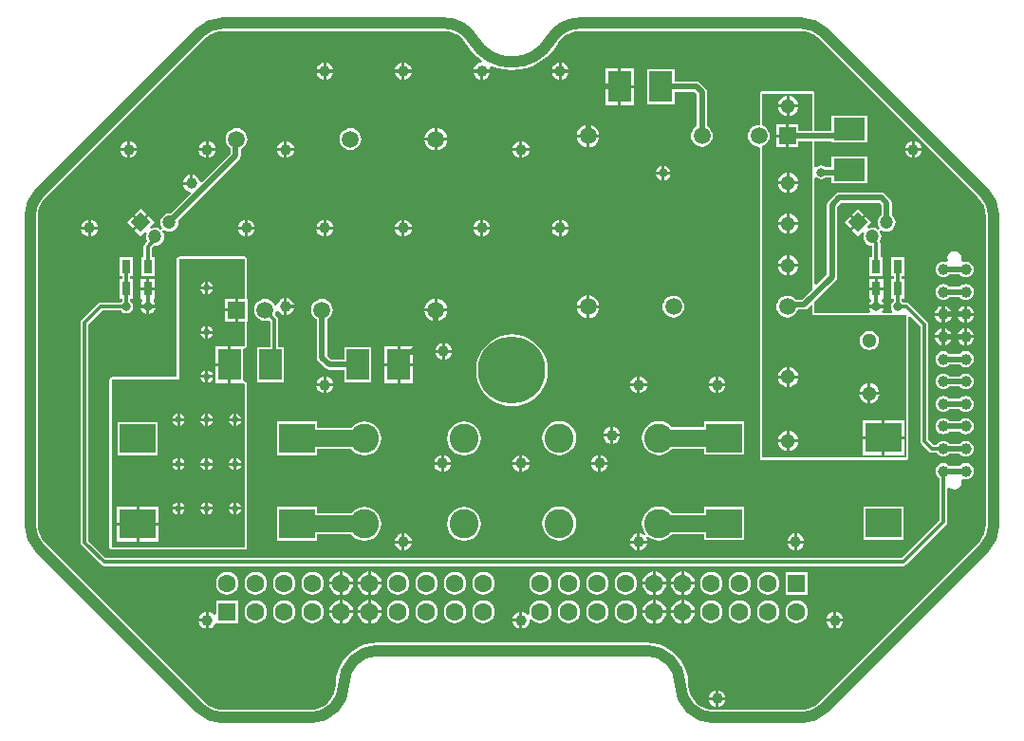
<source format=gtl>
G04*
G04 #@! TF.GenerationSoftware,Altium Limited,Altium Designer,20.1.10 (176)*
G04*
G04 Layer_Physical_Order=1*
G04 Layer_Color=5064179*
%FSAX42Y42*%
%MOMM*%
G71*
G04*
G04 #@! TF.SameCoordinates,FCFB62F1-B148-46F0-B019-BB0DAA43D111*
G04*
G04*
G04 #@! TF.FilePolarity,Positive*
G04*
G01*
G75*
%ADD11C,0.30*%
%ADD34C,1.00*%
%ADD35R,0.80X1.30*%
%ADD36R,3.20X2.60*%
%ADD37R,2.00X2.80*%
%ADD38R,2.80X2.00*%
%ADD39C,0.50*%
%ADD40C,1.50*%
%ADD41C,1.00*%
%ADD42C,1.20*%
%ADD43P,1.70X4X90.0*%
%ADD44C,1.52*%
%ADD45R,1.52X1.52*%
%ADD46C,1.60*%
%ADD47R,1.60X1.60*%
%ADD48C,2.60*%
%ADD49C,1.30*%
%ADD50C,6.00*%
%ADD51C,0.80*%
%ADD52C,4.00*%
%ADD53C,0.60*%
G36*
X009146Y007359D02*
Y007359D01*
X009165Y007358D01*
X009191Y007355D01*
X009234Y007342D01*
X009273Y007321D01*
X009293Y007305D01*
X009308Y007292D01*
X009308Y007292D01*
X010732Y005868D01*
X010734Y005867D01*
X010761Y005833D01*
X010782Y005794D01*
X010795Y005751D01*
X010800Y005706D01*
X010799Y005706D01*
X010799D01*
X010800Y005698D01*
Y002962D01*
X010799Y002954D01*
X010799D01*
X010800Y002954D01*
X010795Y002909D01*
X010782Y002866D01*
X010761Y002827D01*
X010745Y002807D01*
X010732Y002792D01*
X010718Y002778D01*
X009308Y001368D01*
X009308Y001368D01*
X009293Y001355D01*
X009273Y001339D01*
X009234Y001318D01*
X009191Y001305D01*
X009148Y001300D01*
X009146Y001301D01*
X008370D01*
X008368Y001300D01*
X008325Y001305D01*
X008282Y001318D01*
X008242Y001339D01*
X008208Y001368D01*
X008179Y001402D01*
X008158Y001442D01*
X008145Y001485D01*
X008142Y001510D01*
X008141Y001530D01*
X008141D01*
X008137Y001588D01*
X008123Y001645D01*
X008101Y001698D01*
X008070Y001748D01*
X008032Y001792D01*
X007988Y001830D01*
X007938Y001861D01*
X007885Y001883D01*
X007828Y001897D01*
X007770Y001901D01*
Y001901D01*
X005370D01*
Y001901D01*
X005312Y001897D01*
X005255Y001883D01*
X005202Y001861D01*
X005152Y001830D01*
X005108Y001792D01*
X005070Y001748D01*
X005039Y001698D01*
X005017Y001645D01*
X005003Y001588D01*
X004999Y001530D01*
X004999D01*
X004998Y001510D01*
X004995Y001485D01*
X004982Y001442D01*
X004961Y001402D01*
X004932Y001368D01*
X004898Y001339D01*
X004858Y001318D01*
X004815Y001305D01*
X004772Y001300D01*
X004770Y001301D01*
X003994D01*
X003992Y001300D01*
X003949Y001305D01*
X003906Y001318D01*
X003867Y001339D01*
X003833Y001366D01*
X003832Y001368D01*
X002422Y002778D01*
X002408Y002792D01*
X002395Y002807D01*
X002379Y002827D01*
X002358Y002866D01*
X002345Y002909D01*
X002342Y002935D01*
X002341Y002954D01*
X002341Y002954D01*
X002341Y002974D01*
Y005686D01*
X002341Y005686D01*
X002341Y005706D01*
X002342Y005725D01*
X002345Y005751D01*
X002358Y005794D01*
X002379Y005833D01*
X002395Y005853D01*
X002408Y005868D01*
X002408Y005868D01*
X003832Y007292D01*
X003832Y007292D01*
X003832Y007292D01*
X003847Y007305D01*
X003867Y007321D01*
X003906Y007342D01*
X003949Y007355D01*
X003975Y007358D01*
X003994Y007359D01*
Y007359D01*
X004014Y007359D01*
X005944D01*
X005944Y007359D01*
X005964Y007359D01*
X005983Y007358D01*
X006009Y007355D01*
X006052Y007342D01*
X006091Y007321D01*
X006126Y007292D01*
X006155Y007258D01*
X006162Y007244D01*
X006162Y007244D01*
X006196Y007193D01*
X006237Y007147D01*
X006283Y007106D01*
X006300Y007095D01*
X006294Y007075D01*
X006280Y007073D01*
X006262Y007066D01*
X006246Y007054D01*
X006234Y007038D01*
X006227Y007020D01*
X006226Y007013D01*
X006374D01*
X006373Y007020D01*
X006368Y007033D01*
X006378Y007046D01*
X006382Y007049D01*
X006390Y007045D01*
X006448Y007025D01*
X006509Y007013D01*
X006570Y007009D01*
X006631Y007013D01*
X006692Y007025D01*
X006750Y007045D01*
X006806Y007072D01*
X006857Y007106D01*
X006903Y007147D01*
X006944Y007193D01*
X006978Y007244D01*
X006978Y007244D01*
X006985Y007258D01*
X007014Y007292D01*
X007049Y007321D01*
X007088Y007342D01*
X007131Y007355D01*
X007157Y007358D01*
X007176Y007359D01*
Y007359D01*
X007196Y007359D01*
X009126D01*
X009146Y007359D01*
D02*
G37*
%LPC*%
G36*
X007013Y007074D02*
Y007013D01*
X007074D01*
X007073Y007020D01*
X007066Y007038D01*
X007054Y007054D01*
X007038Y007066D01*
X007020Y007073D01*
X007013Y007074D01*
D02*
G37*
G36*
X006987D02*
X006980Y007073D01*
X006962Y007066D01*
X006946Y007054D01*
X006934Y007038D01*
X006927Y007020D01*
X006926Y007013D01*
X006987D01*
Y007074D01*
D02*
G37*
G36*
X005613D02*
Y007013D01*
X005674D01*
X005673Y007020D01*
X005666Y007038D01*
X005654Y007054D01*
X005638Y007066D01*
X005620Y007073D01*
X005613Y007074D01*
D02*
G37*
G36*
X005587D02*
X005580Y007073D01*
X005562Y007066D01*
X005546Y007054D01*
X005534Y007038D01*
X005527Y007020D01*
X005526Y007013D01*
X005587D01*
Y007074D01*
D02*
G37*
G36*
X004913D02*
Y007013D01*
X004974D01*
X004973Y007020D01*
X004966Y007038D01*
X004954Y007054D01*
X004938Y007066D01*
X004920Y007073D01*
X004913Y007074D01*
D02*
G37*
G36*
X004887D02*
X004880Y007073D01*
X004862Y007066D01*
X004846Y007054D01*
X004834Y007038D01*
X004827Y007020D01*
X004826Y007013D01*
X004887D01*
Y007074D01*
D02*
G37*
G36*
X007074Y006987D02*
X007013D01*
Y006926D01*
X007020Y006927D01*
X007038Y006934D01*
X007054Y006946D01*
X007066Y006962D01*
X007073Y006980D01*
X007074Y006987D01*
D02*
G37*
G36*
X006987D02*
X006926D01*
X006927Y006980D01*
X006934Y006962D01*
X006946Y006946D01*
X006962Y006934D01*
X006980Y006927D01*
X006987Y006926D01*
Y006987D01*
D02*
G37*
G36*
X006374D02*
X006313D01*
Y006926D01*
X006320Y006927D01*
X006338Y006934D01*
X006354Y006946D01*
X006366Y006962D01*
X006373Y006980D01*
X006374Y006987D01*
D02*
G37*
G36*
X006287D02*
X006226D01*
X006227Y006980D01*
X006234Y006962D01*
X006246Y006946D01*
X006262Y006934D01*
X006280Y006927D01*
X006287Y006926D01*
Y006987D01*
D02*
G37*
G36*
X005674D02*
X005613D01*
Y006926D01*
X005620Y006927D01*
X005638Y006934D01*
X005654Y006946D01*
X005666Y006962D01*
X005673Y006980D01*
X005674Y006987D01*
D02*
G37*
G36*
X005587D02*
X005526D01*
X005527Y006980D01*
X005534Y006962D01*
X005546Y006946D01*
X005562Y006934D01*
X005580Y006927D01*
X005587Y006926D01*
Y006987D01*
D02*
G37*
G36*
X004974D02*
X004913D01*
Y006926D01*
X004920Y006927D01*
X004938Y006934D01*
X004954Y006946D01*
X004966Y006962D01*
X004973Y006980D01*
X004974Y006987D01*
D02*
G37*
G36*
X004887D02*
X004826D01*
X004827Y006980D01*
X004834Y006962D01*
X004846Y006946D01*
X004862Y006934D01*
X004880Y006927D01*
X004887Y006926D01*
Y006987D01*
D02*
G37*
G36*
X007655Y007026D02*
X007543D01*
Y006874D01*
X007655D01*
Y007026D01*
D02*
G37*
G36*
X007517D02*
X007405D01*
Y006874D01*
X007517D01*
Y007026D01*
D02*
G37*
G36*
X007655Y006848D02*
X007543D01*
Y006696D01*
X007655D01*
Y006848D01*
D02*
G37*
G36*
X007517D02*
X007405D01*
Y006696D01*
X007517D01*
Y006848D01*
D02*
G37*
G36*
X007261Y006523D02*
Y006435D01*
X007349D01*
X007347Y006448D01*
X007337Y006473D01*
X007320Y006494D01*
X007299Y006511D01*
X007274Y006521D01*
X007261Y006523D01*
D02*
G37*
G36*
X007235Y006523D02*
X007221Y006521D01*
X007197Y006511D01*
X007175Y006494D01*
X007159Y006473D01*
X007149Y006448D01*
X007147Y006435D01*
X007235D01*
Y006523D01*
D02*
G37*
G36*
X005904Y006495D02*
Y006407D01*
X005992D01*
X005991Y006421D01*
X005980Y006445D01*
X005964Y006466D01*
X005943Y006483D01*
X005918Y006493D01*
X005904Y006495D01*
D02*
G37*
G36*
X005879D02*
X005865Y006493D01*
X005840Y006483D01*
X005819Y006466D01*
X005803Y006445D01*
X005793Y006421D01*
X005791Y006407D01*
X005879D01*
Y006495D01*
D02*
G37*
G36*
X008800Y006820D02*
X008792Y006819D01*
X008786Y006814D01*
X008781Y006808D01*
X008780Y006800D01*
Y006526D01*
X008772Y006519D01*
X008747Y006516D01*
X008723Y006506D01*
X008703Y006491D01*
X008688Y006470D01*
X008678Y006447D01*
X008675Y006422D01*
X008678Y006397D01*
X008688Y006373D01*
X008703Y006353D01*
X008723Y006338D01*
X008747Y006328D01*
X008772Y006325D01*
X008780Y006318D01*
Y003550D01*
X008781Y003542D01*
X008786Y003536D01*
X008792Y003531D01*
X008800Y003530D01*
X010085D01*
X010093Y003531D01*
X010099Y003536D01*
X010104Y003542D01*
X010105Y003550D01*
Y004803D01*
X010125Y004812D01*
X010212Y004725D01*
Y003700D01*
X010215Y003686D01*
X010222Y003675D01*
X010292Y003605D01*
X010303Y003597D01*
X010317Y003595D01*
X010357D01*
X010368Y003580D01*
X010382Y003569D01*
X010400Y003562D01*
X010418Y003560D01*
X010436Y003562D01*
X010453Y003569D01*
X010468Y003580D01*
X010471Y003585D01*
X010565D01*
X010568Y003580D01*
X010582Y003569D01*
X010600Y003562D01*
X010618Y003560D01*
X010636Y003562D01*
X010653Y003569D01*
X010668Y003580D01*
X010679Y003595D01*
X010686Y003612D01*
X010688Y003630D01*
X010686Y003649D01*
X010679Y003666D01*
X010668Y003680D01*
X010653Y003692D01*
X010636Y003699D01*
X010618Y003701D01*
X010600Y003699D01*
X010582Y003692D01*
X010568Y003680D01*
X010565Y003676D01*
X010471D01*
X010468Y003680D01*
X010453Y003692D01*
X010436Y003699D01*
X010418Y003701D01*
X010400Y003699D01*
X010382Y003692D01*
X010368Y003680D01*
X010357Y003666D01*
X010332D01*
X010283Y003715D01*
Y004740D01*
X010280Y004754D01*
X010273Y004765D01*
X010113Y004925D01*
X010101Y004933D01*
X010088Y004936D01*
X010058D01*
X010053Y004943D01*
X010046Y004948D01*
Y004972D01*
X010070D01*
Y005142D01*
X010046D01*
Y005172D01*
X010070D01*
Y005342D01*
X009950D01*
Y005172D01*
X009974D01*
Y005142D01*
X009950D01*
Y004972D01*
X009974D01*
Y004948D01*
X009967Y004943D01*
X009953Y004923D01*
X009949Y004900D01*
X009953Y004877D01*
X009964Y004860D01*
X009960Y004847D01*
X009955Y004840D01*
X009882D01*
X009872Y004860D01*
X009882Y004874D01*
X009884Y004887D01*
X009756D01*
X009758Y004874D01*
X009768Y004860D01*
X009758Y004840D01*
X009270D01*
Y004908D01*
X009269Y004916D01*
X009264Y004923D01*
X009269Y004944D01*
X009459Y005134D01*
X009469Y005149D01*
X009472Y005166D01*
Y005787D01*
X009509Y005824D01*
X009850D01*
X009867Y005808D01*
Y005716D01*
X009855Y005707D01*
X009843Y005690D01*
X009834Y005671D01*
X009832Y005650D01*
X009834Y005629D01*
X009843Y005610D01*
X009848Y005603D01*
X009851Y005599D01*
X009837Y005585D01*
X009833Y005588D01*
X009826Y005593D01*
X009806Y005601D01*
X009785Y005604D01*
X009765Y005601D01*
X009754Y005597D01*
X009743Y005614D01*
X009779Y005650D01*
X009728Y005701D01*
X009667Y005641D01*
X009607Y005581D01*
X009658Y005529D01*
X009695Y005566D01*
X009712Y005554D01*
X009707Y005544D01*
X009705Y005523D01*
X009707Y005502D01*
X009716Y005483D01*
X009728Y005466D01*
X009745Y005453D01*
X009765Y005445D01*
X009784Y005442D01*
Y005342D01*
X009760D01*
Y005172D01*
X009880D01*
Y005342D01*
X009856D01*
Y005464D01*
X009853Y005478D01*
X009852Y005479D01*
X009855Y005483D01*
X009863Y005502D01*
X009866Y005523D01*
X009863Y005544D01*
X009855Y005563D01*
X009850Y005570D01*
X009847Y005574D01*
X009861Y005588D01*
X009865Y005585D01*
X009872Y005580D01*
X009892Y005572D01*
X009912Y005569D01*
X009933Y005572D01*
X009953Y005580D01*
X009969Y005593D01*
X009982Y005610D01*
X009990Y005629D01*
X009993Y005650D01*
X009990Y005671D01*
X009982Y005690D01*
X009969Y005707D01*
X009958Y005716D01*
Y005827D01*
X009955Y005844D01*
X009945Y005859D01*
X009902Y005902D01*
X009887Y005912D01*
X009869Y005916D01*
X009490D01*
X009472Y005912D01*
X009458Y005902D01*
X009394Y005839D01*
X009384Y005824D01*
X009380Y005806D01*
Y005185D01*
X009289Y005094D01*
X009270Y005101D01*
Y006043D01*
X009277Y006048D01*
X009290Y006052D01*
X009307Y006041D01*
X009330Y006036D01*
X009353Y006041D01*
X009369Y006052D01*
X009420D01*
Y005998D01*
X009740D01*
Y006238D01*
X009420D01*
Y006143D01*
X009369D01*
X009353Y006154D01*
X009330Y006159D01*
X009307Y006154D01*
X009290Y006143D01*
X009277Y006147D01*
X009270Y006152D01*
Y006376D01*
X009420D01*
Y006366D01*
X009740D01*
Y006606D01*
X009420D01*
Y006468D01*
X009270D01*
Y006800D01*
X009269Y006808D01*
X009264Y006814D01*
X009258Y006819D01*
X009250Y006820D01*
X008925Y006820D01*
X008800Y006820D01*
D02*
G37*
G36*
X008018Y007021D02*
X007778D01*
Y006701D01*
X008018D01*
Y006815D01*
X008200D01*
X008218Y006797D01*
Y006507D01*
X008215Y006506D01*
X008195Y006491D01*
X008180Y006470D01*
X008170Y006447D01*
X008167Y006422D01*
X008170Y006397D01*
X008180Y006373D01*
X008195Y006353D01*
X008215Y006338D01*
X008239Y006328D01*
X008264Y006325D01*
X008289Y006328D01*
X008312Y006338D01*
X008332Y006353D01*
X008348Y006373D01*
X008358Y006397D01*
X008361Y006422D01*
X008358Y006447D01*
X008348Y006470D01*
X008332Y006491D01*
X008312Y006506D01*
X008310Y006507D01*
Y006816D01*
X008306Y006834D01*
X008296Y006849D01*
X008251Y006893D01*
X008237Y006903D01*
X008219Y006907D01*
X008018D01*
Y007021D01*
D02*
G37*
G36*
X007349Y006409D02*
X007261D01*
Y006321D01*
X007274Y006323D01*
X007299Y006333D01*
X007320Y006349D01*
X007337Y006371D01*
X007347Y006395D01*
X007349Y006409D01*
D02*
G37*
G36*
X007235D02*
X007147D01*
X007149Y006395D01*
X007159Y006371D01*
X007175Y006349D01*
X007197Y006333D01*
X007221Y006323D01*
X007235Y006321D01*
Y006409D01*
D02*
G37*
G36*
X010163Y006374D02*
Y006313D01*
X010224D01*
X010223Y006320D01*
X010216Y006338D01*
X010204Y006354D01*
X010188Y006366D01*
X010170Y006373D01*
X010163Y006374D01*
D02*
G37*
G36*
X010137D02*
X010130Y006373D01*
X010112Y006366D01*
X010096Y006354D01*
X010084Y006338D01*
X010077Y006320D01*
X010076Y006313D01*
X010137D01*
Y006374D01*
D02*
G37*
G36*
X006663D02*
Y006313D01*
X006724D01*
X006723Y006320D01*
X006716Y006338D01*
X006704Y006354D01*
X006688Y006366D01*
X006670Y006373D01*
X006663Y006374D01*
D02*
G37*
G36*
X006637D02*
X006630Y006373D01*
X006612Y006366D01*
X006596Y006354D01*
X006584Y006338D01*
X006577Y006320D01*
X006576Y006313D01*
X006637D01*
Y006374D01*
D02*
G37*
G36*
X004563D02*
Y006313D01*
X004624D01*
X004623Y006320D01*
X004616Y006338D01*
X004604Y006354D01*
X004588Y006366D01*
X004570Y006373D01*
X004563Y006374D01*
D02*
G37*
G36*
X004537D02*
X004530Y006373D01*
X004512Y006366D01*
X004496Y006354D01*
X004484Y006338D01*
X004477Y006320D01*
X004476Y006313D01*
X004537D01*
Y006374D01*
D02*
G37*
G36*
X003863D02*
Y006313D01*
X003924D01*
X003923Y006320D01*
X003916Y006338D01*
X003904Y006354D01*
X003888Y006366D01*
X003870Y006373D01*
X003863Y006374D01*
D02*
G37*
G36*
X003837D02*
X003830Y006373D01*
X003812Y006366D01*
X003796Y006354D01*
X003784Y006338D01*
X003777Y006320D01*
X003776Y006313D01*
X003837D01*
Y006374D01*
D02*
G37*
G36*
X003163D02*
Y006313D01*
X003224D01*
X003223Y006320D01*
X003216Y006338D01*
X003204Y006354D01*
X003188Y006366D01*
X003170Y006373D01*
X003163Y006374D01*
D02*
G37*
G36*
X003137D02*
X003130Y006373D01*
X003112Y006366D01*
X003096Y006354D01*
X003084Y006338D01*
X003077Y006320D01*
X003076Y006313D01*
X003137D01*
Y006374D01*
D02*
G37*
G36*
X005130Y006491D02*
X005104Y006488D01*
X005081Y006478D01*
X005061Y006463D01*
X005046Y006443D01*
X005036Y006419D01*
X005033Y006394D01*
X005036Y006369D01*
X005046Y006345D01*
X005061Y006325D01*
X005081Y006310D01*
X005104Y006300D01*
X005130Y006297D01*
X005155Y006300D01*
X005178Y006310D01*
X005198Y006325D01*
X005214Y006345D01*
X005223Y006369D01*
X005227Y006394D01*
X005223Y006419D01*
X005214Y006443D01*
X005198Y006463D01*
X005178Y006478D01*
X005155Y006488D01*
X005130Y006491D01*
D02*
G37*
G36*
X005992Y006381D02*
X005904D01*
Y006293D01*
X005918Y006295D01*
X005943Y006305D01*
X005964Y006322D01*
X005980Y006343D01*
X005991Y006367D01*
X005992Y006381D01*
D02*
G37*
G36*
X005879D02*
X005791D01*
X005793Y006367D01*
X005803Y006343D01*
X005819Y006322D01*
X005840Y006305D01*
X005865Y006295D01*
X005879Y006293D01*
Y006381D01*
D02*
G37*
G36*
X010224Y006287D02*
X010163D01*
Y006226D01*
X010170Y006227D01*
X010188Y006234D01*
X010204Y006246D01*
X010216Y006262D01*
X010223Y006280D01*
X010224Y006287D01*
D02*
G37*
G36*
X010137D02*
X010076D01*
X010077Y006280D01*
X010084Y006262D01*
X010096Y006246D01*
X010112Y006234D01*
X010130Y006227D01*
X010137Y006226D01*
Y006287D01*
D02*
G37*
G36*
X006724D02*
X006663D01*
Y006226D01*
X006670Y006227D01*
X006688Y006234D01*
X006704Y006246D01*
X006716Y006262D01*
X006723Y006280D01*
X006724Y006287D01*
D02*
G37*
G36*
X006637D02*
X006576D01*
X006577Y006280D01*
X006584Y006262D01*
X006596Y006246D01*
X006612Y006234D01*
X006630Y006227D01*
X006637Y006226D01*
Y006287D01*
D02*
G37*
G36*
X004624D02*
X004563D01*
Y006226D01*
X004570Y006227D01*
X004588Y006234D01*
X004604Y006246D01*
X004616Y006262D01*
X004623Y006280D01*
X004624Y006287D01*
D02*
G37*
G36*
X004537D02*
X004476D01*
X004477Y006280D01*
X004484Y006262D01*
X004496Y006246D01*
X004512Y006234D01*
X004530Y006227D01*
X004537Y006226D01*
Y006287D01*
D02*
G37*
G36*
X003924D02*
X003863D01*
Y006226D01*
X003870Y006227D01*
X003888Y006234D01*
X003904Y006246D01*
X003916Y006262D01*
X003923Y006280D01*
X003924Y006287D01*
D02*
G37*
G36*
X003837D02*
X003776D01*
X003777Y006280D01*
X003784Y006262D01*
X003796Y006246D01*
X003812Y006234D01*
X003830Y006227D01*
X003837Y006226D01*
Y006287D01*
D02*
G37*
G36*
X003224D02*
X003163D01*
Y006226D01*
X003170Y006227D01*
X003188Y006234D01*
X003204Y006246D01*
X003216Y006262D01*
X003223Y006280D01*
X003224Y006287D01*
D02*
G37*
G36*
X003137D02*
X003076D01*
X003077Y006280D01*
X003084Y006262D01*
X003096Y006246D01*
X003112Y006234D01*
X003130Y006227D01*
X003137Y006226D01*
Y006287D01*
D02*
G37*
G36*
X007933Y006154D02*
Y006103D01*
X007984D01*
X007982Y006116D01*
X007967Y006137D01*
X007946Y006152D01*
X007933Y006154D01*
D02*
G37*
G36*
X007907D02*
X007894Y006152D01*
X007873Y006137D01*
X007858Y006116D01*
X007856Y006103D01*
X007907D01*
Y006154D01*
D02*
G37*
G36*
X007984Y006077D02*
X007933D01*
Y006026D01*
X007946Y006028D01*
X007967Y006043D01*
X007982Y006064D01*
X007984Y006077D01*
D02*
G37*
G36*
X007907D02*
X007856D01*
X007858Y006064D01*
X007873Y006043D01*
X007894Y006028D01*
X007907Y006026D01*
Y006077D01*
D02*
G37*
G36*
X003697Y006074D02*
X003690Y006073D01*
X003672Y006066D01*
X003656Y006054D01*
X003644Y006038D01*
X003637Y006020D01*
X003636Y006013D01*
X003697D01*
Y006074D01*
D02*
G37*
G36*
X004114Y006491D02*
X004088Y006488D01*
X004065Y006478D01*
X004045Y006463D01*
X004030Y006443D01*
X004020Y006419D01*
X004017Y006394D01*
X004020Y006369D01*
X004030Y006345D01*
X004045Y006325D01*
X004060Y006314D01*
Y006262D01*
X003805Y006007D01*
X003784Y006014D01*
X003783Y006020D01*
X003776Y006038D01*
X003764Y006054D01*
X003748Y006066D01*
X003730Y006073D01*
X003723Y006074D01*
Y006000D01*
X003710D01*
Y005987D01*
X003636D01*
X003637Y005980D01*
X003644Y005962D01*
X003656Y005946D01*
X003672Y005934D01*
X003690Y005927D01*
X003696Y005926D01*
X003703Y005905D01*
X003527Y005729D01*
X003513Y005731D01*
X003492Y005728D01*
X003473Y005720D01*
X003456Y005707D01*
X003443Y005690D01*
X003435Y005671D01*
X003433Y005650D01*
X003435Y005629D01*
X003443Y005610D01*
X003449Y005603D01*
X003452Y005599D01*
X003437Y005585D01*
X003433Y005588D01*
X003427Y005593D01*
X003407Y005601D01*
X003386Y005604D01*
X003365Y005601D01*
X003355Y005597D01*
X003344Y005614D01*
X003380Y005650D01*
X003329Y005701D01*
X003268Y005641D01*
X003208Y005581D01*
X003259Y005529D01*
X003296Y005566D01*
X003313Y005554D01*
X003308Y005544D01*
X003306Y005523D01*
X003308Y005502D01*
X003316Y005484D01*
X003294Y005463D01*
X003287Y005451D01*
X003284Y005437D01*
Y005342D01*
X003260D01*
Y005172D01*
X003380D01*
Y005342D01*
X003355D01*
Y005423D01*
X003376Y005444D01*
X003386Y005442D01*
X003407Y005445D01*
X003427Y005453D01*
X003443Y005466D01*
X003456Y005483D01*
X003464Y005502D01*
X003467Y005523D01*
X003464Y005544D01*
X003456Y005563D01*
X003451Y005570D01*
X003448Y005574D01*
X003462Y005588D01*
X003466Y005585D01*
X003473Y005580D01*
X003492Y005572D01*
X003513Y005569D01*
X003534Y005572D01*
X003554Y005580D01*
X003570Y005593D01*
X003583Y005610D01*
X003591Y005629D01*
X003594Y005650D01*
X003592Y005664D01*
X004138Y006210D01*
X004148Y006225D01*
X004152Y006243D01*
Y006306D01*
X004162Y006310D01*
X004182Y006325D01*
X004198Y006345D01*
X004207Y006369D01*
X004211Y006394D01*
X004207Y006419D01*
X004198Y006443D01*
X004182Y006463D01*
X004162Y006478D01*
X004139Y006488D01*
X004114Y006491D01*
D02*
G37*
G36*
X009658Y005771D02*
X009607Y005719D01*
X009658Y005668D01*
X009710Y005719D01*
X009658Y005771D01*
D02*
G37*
G36*
X003259D02*
X003208Y005719D01*
X003259Y005668D01*
X003311Y005719D01*
X003259Y005771D01*
D02*
G37*
G36*
X007013Y005674D02*
Y005613D01*
X007074D01*
X007073Y005620D01*
X007066Y005638D01*
X007054Y005654D01*
X007038Y005666D01*
X007020Y005673D01*
X007013Y005674D01*
D02*
G37*
G36*
X006987D02*
X006980Y005673D01*
X006962Y005666D01*
X006946Y005654D01*
X006934Y005638D01*
X006927Y005620D01*
X006926Y005613D01*
X006987D01*
Y005674D01*
D02*
G37*
G36*
X006313D02*
Y005613D01*
X006374D01*
X006373Y005620D01*
X006366Y005638D01*
X006354Y005654D01*
X006338Y005666D01*
X006320Y005673D01*
X006313Y005674D01*
D02*
G37*
G36*
X006287D02*
X006280Y005673D01*
X006262Y005666D01*
X006246Y005654D01*
X006234Y005638D01*
X006227Y005620D01*
X006226Y005613D01*
X006287D01*
Y005674D01*
D02*
G37*
G36*
X005613D02*
Y005613D01*
X005674D01*
X005673Y005620D01*
X005666Y005638D01*
X005654Y005654D01*
X005638Y005666D01*
X005620Y005673D01*
X005613Y005674D01*
D02*
G37*
G36*
X005587D02*
X005580Y005673D01*
X005562Y005666D01*
X005546Y005654D01*
X005534Y005638D01*
X005527Y005620D01*
X005526Y005613D01*
X005587D01*
Y005674D01*
D02*
G37*
G36*
X004913D02*
Y005613D01*
X004974D01*
X004973Y005620D01*
X004966Y005638D01*
X004954Y005654D01*
X004938Y005666D01*
X004920Y005673D01*
X004913Y005674D01*
D02*
G37*
G36*
X004887D02*
X004880Y005673D01*
X004862Y005666D01*
X004846Y005654D01*
X004834Y005638D01*
X004827Y005620D01*
X004826Y005613D01*
X004887D01*
Y005674D01*
D02*
G37*
G36*
X004213D02*
Y005613D01*
X004274D01*
X004273Y005620D01*
X004266Y005638D01*
X004254Y005654D01*
X004238Y005666D01*
X004220Y005673D01*
X004213Y005674D01*
D02*
G37*
G36*
X004187D02*
X004180Y005673D01*
X004162Y005666D01*
X004146Y005654D01*
X004134Y005638D01*
X004127Y005620D01*
X004126Y005613D01*
X004187D01*
Y005674D01*
D02*
G37*
G36*
X002813D02*
Y005613D01*
X002874D01*
X002873Y005620D01*
X002866Y005638D01*
X002854Y005654D01*
X002838Y005666D01*
X002820Y005673D01*
X002813Y005674D01*
D02*
G37*
G36*
X002787D02*
X002780Y005673D01*
X002762Y005666D01*
X002746Y005654D01*
X002734Y005638D01*
X002727Y005620D01*
X002726Y005613D01*
X002787D01*
Y005674D01*
D02*
G37*
G36*
X009589Y005701D02*
X009538Y005650D01*
X009589Y005599D01*
X009640Y005650D01*
X009589Y005701D01*
D02*
G37*
G36*
X003190D02*
X003138Y005650D01*
X003190Y005599D01*
X003241Y005650D01*
X003190Y005701D01*
D02*
G37*
G36*
X007074Y005587D02*
X007013D01*
Y005526D01*
X007020Y005527D01*
X007038Y005534D01*
X007054Y005546D01*
X007066Y005562D01*
X007073Y005580D01*
X007074Y005587D01*
D02*
G37*
G36*
X006987D02*
X006926D01*
X006927Y005580D01*
X006934Y005562D01*
X006946Y005546D01*
X006962Y005534D01*
X006980Y005527D01*
X006987Y005526D01*
Y005587D01*
D02*
G37*
G36*
X006374D02*
X006313D01*
Y005526D01*
X006320Y005527D01*
X006338Y005534D01*
X006354Y005546D01*
X006366Y005562D01*
X006373Y005580D01*
X006374Y005587D01*
D02*
G37*
G36*
X006287D02*
X006226D01*
X006227Y005580D01*
X006234Y005562D01*
X006246Y005546D01*
X006262Y005534D01*
X006280Y005527D01*
X006287Y005526D01*
Y005587D01*
D02*
G37*
G36*
X005674D02*
X005613D01*
Y005526D01*
X005620Y005527D01*
X005638Y005534D01*
X005654Y005546D01*
X005666Y005562D01*
X005673Y005580D01*
X005674Y005587D01*
D02*
G37*
G36*
X005587D02*
X005526D01*
X005527Y005580D01*
X005534Y005562D01*
X005546Y005546D01*
X005562Y005534D01*
X005580Y005527D01*
X005587Y005526D01*
Y005587D01*
D02*
G37*
G36*
X004974D02*
X004913D01*
Y005526D01*
X004920Y005527D01*
X004938Y005534D01*
X004954Y005546D01*
X004966Y005562D01*
X004973Y005580D01*
X004974Y005587D01*
D02*
G37*
G36*
X004887D02*
X004826D01*
X004827Y005580D01*
X004834Y005562D01*
X004846Y005546D01*
X004862Y005534D01*
X004880Y005527D01*
X004887Y005526D01*
Y005587D01*
D02*
G37*
G36*
X004274D02*
X004213D01*
Y005526D01*
X004220Y005527D01*
X004238Y005534D01*
X004254Y005546D01*
X004266Y005562D01*
X004273Y005580D01*
X004274Y005587D01*
D02*
G37*
G36*
X004187D02*
X004126D01*
X004127Y005580D01*
X004134Y005562D01*
X004146Y005546D01*
X004162Y005534D01*
X004180Y005527D01*
X004187Y005526D01*
Y005587D01*
D02*
G37*
G36*
X002874D02*
X002813D01*
Y005526D01*
X002820Y005527D01*
X002838Y005534D01*
X002854Y005546D01*
X002866Y005562D01*
X002873Y005580D01*
X002874Y005587D01*
D02*
G37*
G36*
X002787D02*
X002726D01*
X002727Y005580D01*
X002734Y005562D01*
X002746Y005546D01*
X002762Y005534D01*
X002780Y005527D01*
X002787Y005526D01*
Y005587D01*
D02*
G37*
G36*
X010518Y005394D02*
X010493Y005389D01*
X010473Y005375D01*
X010459Y005355D01*
X010454Y005330D01*
X010458Y005311D01*
X010447Y005299D01*
X010442Y005296D01*
X010436Y005299D01*
X010418Y005301D01*
X010400Y005299D01*
X010382Y005292D01*
X010368Y005280D01*
X010357Y005266D01*
X010350Y005249D01*
X010347Y005230D01*
X010350Y005212D01*
X010357Y005195D01*
X010368Y005180D01*
X010382Y005169D01*
X010400Y005162D01*
X010418Y005160D01*
X010436Y005162D01*
X010453Y005169D01*
X010468Y005180D01*
X010471Y005185D01*
X010565D01*
X010568Y005180D01*
X010582Y005169D01*
X010600Y005162D01*
X010618Y005160D01*
X010636Y005162D01*
X010653Y005169D01*
X010668Y005180D01*
X010679Y005195D01*
X010686Y005212D01*
X010688Y005230D01*
X010686Y005249D01*
X010679Y005266D01*
X010668Y005280D01*
X010653Y005292D01*
X010636Y005299D01*
X010618Y005301D01*
X010600Y005299D01*
X010594Y005296D01*
X010589Y005299D01*
X010578Y005311D01*
X010582Y005330D01*
X010577Y005355D01*
X010563Y005375D01*
X010542Y005389D01*
X010518Y005394D01*
D02*
G37*
G36*
X010618Y005101D02*
X010600Y005099D01*
X010582Y005092D01*
X010568Y005080D01*
X010565Y005076D01*
X010471D01*
X010468Y005080D01*
X010453Y005092D01*
X010436Y005099D01*
X010418Y005101D01*
X010400Y005099D01*
X010382Y005092D01*
X010368Y005080D01*
X010357Y005066D01*
X010350Y005049D01*
X010347Y005030D01*
X010350Y005012D01*
X010357Y004995D01*
X010368Y004980D01*
X010382Y004969D01*
X010400Y004962D01*
X010418Y004960D01*
X010436Y004962D01*
X010453Y004969D01*
X010468Y004980D01*
X010471Y004985D01*
X010565D01*
X010568Y004980D01*
X010582Y004969D01*
X010600Y004962D01*
X010618Y004960D01*
X010636Y004962D01*
X010653Y004969D01*
X010668Y004980D01*
X010679Y004995D01*
X010686Y005012D01*
X010688Y005030D01*
X010686Y005049D01*
X010679Y005066D01*
X010668Y005080D01*
X010653Y005092D01*
X010636Y005099D01*
X010618Y005101D01*
D02*
G37*
G36*
X003385Y005147D02*
X003332D01*
Y005070D01*
X003385D01*
Y005147D01*
D02*
G37*
G36*
X009885D02*
X009833D01*
Y005070D01*
X009885D01*
Y005147D01*
D02*
G37*
G36*
X009807D02*
X009754D01*
Y005070D01*
X009807D01*
Y005147D01*
D02*
G37*
G36*
X003307D02*
X003254D01*
Y005070D01*
X003307D01*
Y005147D01*
D02*
G37*
G36*
X004563Y004974D02*
Y004913D01*
X004624D01*
X004623Y004920D01*
X004616Y004938D01*
X004604Y004954D01*
X004588Y004966D01*
X004570Y004973D01*
X004563Y004974D01*
D02*
G37*
G36*
X009885Y005044D02*
X009754D01*
Y004967D01*
X009766D01*
X009772Y004950D01*
X009772Y004947D01*
X009758Y004926D01*
X009756Y004913D01*
X009884D01*
X009882Y004926D01*
X009868Y004947D01*
X009868Y004950D01*
X009874Y004967D01*
X009885D01*
Y005044D01*
D02*
G37*
G36*
X003385D02*
X003320D01*
X003254D01*
Y004967D01*
X003268D01*
X003274Y004950D01*
X003275Y004947D01*
X003261Y004926D01*
X003258Y004913D01*
X003387D01*
X003384Y004926D01*
X003370Y004947D01*
X003371Y004950D01*
X003377Y004967D01*
X003385D01*
Y005044D01*
D02*
G37*
G36*
X007261Y004999D02*
Y004911D01*
X007349D01*
X007347Y004924D01*
X007337Y004949D01*
X007320Y004970D01*
X007299Y004987D01*
X007274Y004997D01*
X007261Y004999D01*
D02*
G37*
G36*
X007235Y004999D02*
X007221Y004997D01*
X007197Y004987D01*
X007175Y004970D01*
X007159Y004949D01*
X007149Y004924D01*
X007147Y004911D01*
X007235D01*
Y004999D01*
D02*
G37*
G36*
X004537Y004974D02*
X004530Y004973D01*
X004512Y004966D01*
X004496Y004954D01*
X004484Y004938D01*
X004477Y004920D01*
X004476Y004913D01*
X004455Y004910D01*
X004452Y004919D01*
X004436Y004939D01*
X004416Y004954D01*
X004393Y004964D01*
X004368Y004967D01*
X004342Y004964D01*
X004319Y004954D01*
X004299Y004939D01*
X004284Y004919D01*
X004274Y004895D01*
X004271Y004870D01*
X004274Y004845D01*
X004284Y004821D01*
X004299Y004801D01*
X004319Y004786D01*
X004342Y004776D01*
X004368Y004773D01*
X004393Y004776D01*
X004401Y004780D01*
X004414Y004766D01*
Y004540D01*
X004297D01*
Y004220D01*
X004538D01*
Y004540D01*
X004486D01*
Y004781D01*
X004483Y004795D01*
X004475Y004806D01*
X004454Y004827D01*
X004461Y004845D01*
X004463Y004860D01*
X004484Y004863D01*
X004484Y004862D01*
X004496Y004846D01*
X004512Y004834D01*
X004530Y004827D01*
X004537Y004826D01*
Y004900D01*
Y004974D01*
D02*
G37*
G36*
X005904Y004971D02*
Y004883D01*
X005992D01*
X005991Y004897D01*
X005980Y004921D01*
X005964Y004942D01*
X005943Y004959D01*
X005918Y004969D01*
X005904Y004971D01*
D02*
G37*
G36*
X005879D02*
X005865Y004969D01*
X005840Y004959D01*
X005819Y004942D01*
X005803Y004921D01*
X005793Y004897D01*
X005791Y004883D01*
X005879D01*
Y004971D01*
D02*
G37*
G36*
X010631Y004905D02*
Y004843D01*
X010692D01*
X010691Y004850D01*
X010684Y004868D01*
X010672Y004884D01*
X010656Y004896D01*
X010637Y004904D01*
X010631Y004905D01*
D02*
G37*
G36*
X010431D02*
Y004843D01*
X010492D01*
X010491Y004850D01*
X010484Y004868D01*
X010472Y004884D01*
X010456Y004896D01*
X010437Y004904D01*
X010431Y004905D01*
D02*
G37*
G36*
X010605Y004905D02*
X010598Y004904D01*
X010580Y004896D01*
X010564Y004884D01*
X010552Y004868D01*
X010544Y004850D01*
X010543Y004843D01*
X010605D01*
Y004905D01*
D02*
G37*
G36*
X010405D02*
X010398Y004904D01*
X010380Y004896D01*
X010364Y004884D01*
X010352Y004868D01*
X010344Y004850D01*
X010343Y004843D01*
X010405D01*
Y004905D01*
D02*
G37*
G36*
X003190Y005342D02*
X003070D01*
Y005172D01*
X003094D01*
Y005142D01*
X003070D01*
Y004972D01*
X003094D01*
Y004948D01*
X003087Y004943D01*
X003082Y004936D01*
X002900D01*
X002886Y004933D01*
X002875Y004925D01*
X002731Y004781D01*
X002723Y004770D01*
X002720Y004756D01*
Y002794D01*
X002723Y002780D01*
X002731Y002769D01*
X002905Y002595D01*
X002916Y002587D01*
X002930Y002584D01*
X010060D01*
X010074Y002587D01*
X010085Y002595D01*
X010443Y002953D01*
X010451Y002964D01*
X010453Y002978D01*
Y003278D01*
X010469Y003284D01*
X010473Y003285D01*
X010493Y003272D01*
X010518Y003267D01*
X010542Y003272D01*
X010563Y003285D01*
X010577Y003306D01*
X010582Y003330D01*
X010578Y003350D01*
X010589Y003362D01*
X010594Y003365D01*
X010600Y003362D01*
X010618Y003360D01*
X010636Y003362D01*
X010653Y003369D01*
X010668Y003380D01*
X010679Y003395D01*
X010686Y003412D01*
X010688Y003430D01*
X010686Y003449D01*
X010679Y003466D01*
X010668Y003480D01*
X010653Y003492D01*
X010636Y003499D01*
X010618Y003501D01*
X010600Y003499D01*
X010582Y003492D01*
X010568Y003480D01*
X010565Y003476D01*
X010471D01*
X010468Y003480D01*
X010453Y003492D01*
X010436Y003499D01*
X010418Y003501D01*
X010400Y003499D01*
X010382Y003492D01*
X010368Y003480D01*
X010357Y003466D01*
X010350Y003449D01*
X010347Y003430D01*
X010350Y003412D01*
X010357Y003395D01*
X010368Y003380D01*
X010382Y003370D01*
Y002993D01*
X010045Y002656D01*
X002945D01*
X002792Y002809D01*
Y004741D01*
X002915Y004864D01*
X003082D01*
X003087Y004857D01*
X003107Y004843D01*
X003130Y004839D01*
X003153Y004843D01*
X003173Y004857D01*
X003187Y004877D01*
X003191Y004900D01*
X003187Y004923D01*
X003173Y004943D01*
X003165Y004949D01*
Y004972D01*
X003190D01*
Y005142D01*
X003165D01*
Y005172D01*
X003190D01*
Y005342D01*
D02*
G37*
G36*
X003387Y004887D02*
X003335D01*
Y004836D01*
X003348Y004838D01*
X003370Y004853D01*
X003384Y004874D01*
X003387Y004887D01*
D02*
G37*
G36*
X003310D02*
X003258D01*
X003261Y004874D01*
X003275Y004853D01*
X003297Y004838D01*
X003310Y004836D01*
Y004887D01*
D02*
G37*
G36*
X004624Y004887D02*
X004563D01*
Y004826D01*
X004570Y004827D01*
X004588Y004834D01*
X004604Y004846D01*
X004616Y004862D01*
X004623Y004880D01*
X004624Y004887D01*
D02*
G37*
G36*
X008010Y004995D02*
X007985Y004992D01*
X007961Y004982D01*
X007941Y004967D01*
X007926Y004946D01*
X007916Y004923D01*
X007913Y004898D01*
X007916Y004873D01*
X007926Y004849D01*
X007941Y004829D01*
X007961Y004814D01*
X007985Y004804D01*
X008010Y004801D01*
X008035Y004804D01*
X008058Y004814D01*
X008078Y004829D01*
X008094Y004849D01*
X008104Y004873D01*
X008107Y004898D01*
X008104Y004923D01*
X008094Y004946D01*
X008078Y004967D01*
X008058Y004982D01*
X008035Y004992D01*
X008010Y004995D01*
D02*
G37*
G36*
X007349Y004885D02*
X007261D01*
Y004797D01*
X007274Y004799D01*
X007299Y004809D01*
X007320Y004825D01*
X007337Y004847D01*
X007347Y004871D01*
X007349Y004885D01*
D02*
G37*
G36*
X007235D02*
X007147D01*
X007149Y004871D01*
X007159Y004847D01*
X007175Y004825D01*
X007197Y004809D01*
X007221Y004799D01*
X007235Y004797D01*
Y004885D01*
D02*
G37*
G36*
X005992Y004857D02*
X005904D01*
Y004769D01*
X005918Y004771D01*
X005943Y004781D01*
X005964Y004798D01*
X005980Y004819D01*
X005991Y004843D01*
X005992Y004857D01*
D02*
G37*
G36*
X005879D02*
X005791D01*
X005793Y004843D01*
X005803Y004819D01*
X005819Y004798D01*
X005840Y004781D01*
X005865Y004771D01*
X005879Y004769D01*
Y004857D01*
D02*
G37*
G36*
X010692Y004818D02*
X010631D01*
Y004756D01*
X010637Y004757D01*
X010656Y004765D01*
X010672Y004777D01*
X010684Y004792D01*
X010691Y004811D01*
X010692Y004818D01*
D02*
G37*
G36*
X010492D02*
X010431D01*
Y004756D01*
X010437Y004757D01*
X010456Y004765D01*
X010472Y004777D01*
X010484Y004792D01*
X010491Y004811D01*
X010492Y004818D01*
D02*
G37*
G36*
X010605D02*
X010543D01*
X010544Y004811D01*
X010552Y004792D01*
X010564Y004777D01*
X010580Y004765D01*
X010598Y004757D01*
X010605Y004756D01*
Y004818D01*
D02*
G37*
G36*
X010405D02*
X010343D01*
X010344Y004811D01*
X010352Y004792D01*
X010364Y004777D01*
X010380Y004765D01*
X010398Y004757D01*
X010405Y004756D01*
Y004818D01*
D02*
G37*
G36*
X010631Y004705D02*
Y004643D01*
X010692D01*
X010691Y004650D01*
X010684Y004668D01*
X010672Y004684D01*
X010656Y004696D01*
X010637Y004704D01*
X010631Y004705D01*
D02*
G37*
G36*
X010431D02*
Y004643D01*
X010492D01*
X010491Y004650D01*
X010484Y004668D01*
X010472Y004684D01*
X010456Y004696D01*
X010437Y004704D01*
X010431Y004705D01*
D02*
G37*
G36*
X010605Y004705D02*
X010598Y004704D01*
X010580Y004696D01*
X010564Y004684D01*
X010552Y004668D01*
X010544Y004650D01*
X010543Y004643D01*
X010605D01*
Y004705D01*
D02*
G37*
G36*
X010405D02*
X010398Y004704D01*
X010380Y004696D01*
X010364Y004684D01*
X010352Y004668D01*
X010344Y004650D01*
X010343Y004643D01*
X010405D01*
Y004705D01*
D02*
G37*
G36*
X010692Y004618D02*
X010631D01*
Y004556D01*
X010637Y004557D01*
X010656Y004565D01*
X010672Y004577D01*
X010684Y004592D01*
X010691Y004611D01*
X010692Y004618D01*
D02*
G37*
G36*
X010492D02*
X010431D01*
Y004556D01*
X010437Y004557D01*
X010456Y004565D01*
X010472Y004577D01*
X010484Y004592D01*
X010491Y004611D01*
X010492Y004618D01*
D02*
G37*
G36*
X010605D02*
X010543D01*
X010544Y004611D01*
X010552Y004592D01*
X010564Y004577D01*
X010580Y004565D01*
X010598Y004557D01*
X010605Y004556D01*
Y004618D01*
D02*
G37*
G36*
X010405D02*
X010343D01*
X010344Y004611D01*
X010352Y004592D01*
X010364Y004577D01*
X010380Y004565D01*
X010398Y004557D01*
X010405Y004556D01*
Y004618D01*
D02*
G37*
G36*
X005973Y004574D02*
Y004513D01*
X006034D01*
X006033Y004520D01*
X006026Y004538D01*
X006014Y004554D01*
X005998Y004566D01*
X005980Y004573D01*
X005973Y004574D01*
D02*
G37*
G36*
X005947D02*
X005940Y004573D01*
X005922Y004566D01*
X005906Y004554D01*
X005894Y004538D01*
X005887Y004520D01*
X005886Y004513D01*
X005947D01*
Y004574D01*
D02*
G37*
G36*
X010618Y004501D02*
X010600Y004499D01*
X010582Y004492D01*
X010568Y004480D01*
X010565Y004476D01*
X010471D01*
X010468Y004480D01*
X010453Y004492D01*
X010436Y004499D01*
X010418Y004501D01*
X010400Y004499D01*
X010382Y004492D01*
X010368Y004480D01*
X010357Y004466D01*
X010350Y004449D01*
X010347Y004430D01*
X010350Y004412D01*
X010357Y004395D01*
X010368Y004380D01*
X010382Y004369D01*
X010400Y004362D01*
X010418Y004360D01*
X010436Y004362D01*
X010453Y004369D01*
X010468Y004380D01*
X010471Y004385D01*
X010565D01*
X010568Y004380D01*
X010582Y004369D01*
X010600Y004362D01*
X010618Y004360D01*
X010636Y004362D01*
X010653Y004369D01*
X010668Y004380D01*
X010679Y004395D01*
X010686Y004412D01*
X010688Y004430D01*
X010686Y004449D01*
X010679Y004466D01*
X010668Y004480D01*
X010653Y004492D01*
X010636Y004499D01*
X010618Y004501D01*
D02*
G37*
G36*
X006034Y004487D02*
X005973D01*
Y004426D01*
X005980Y004427D01*
X005998Y004434D01*
X006014Y004446D01*
X006026Y004462D01*
X006033Y004480D01*
X006034Y004487D01*
D02*
G37*
G36*
X005947D02*
X005886D01*
X005887Y004480D01*
X005894Y004462D01*
X005906Y004446D01*
X005922Y004434D01*
X005940Y004427D01*
X005947Y004426D01*
Y004487D01*
D02*
G37*
G36*
X005685Y004545D02*
X005573D01*
Y004393D01*
X005685D01*
Y004545D01*
D02*
G37*
G36*
X005547D02*
X005435D01*
Y004393D01*
X005547D01*
Y004545D01*
D02*
G37*
G36*
X010618Y004301D02*
X010600Y004299D01*
X010582Y004292D01*
X010568Y004280D01*
X010565Y004276D01*
X010471D01*
X010468Y004280D01*
X010453Y004292D01*
X010436Y004299D01*
X010418Y004301D01*
X010400Y004299D01*
X010382Y004292D01*
X010368Y004280D01*
X010357Y004266D01*
X010350Y004249D01*
X010347Y004230D01*
X010350Y004212D01*
X010357Y004195D01*
X010368Y004180D01*
X010382Y004169D01*
X010400Y004162D01*
X010418Y004160D01*
X010436Y004162D01*
X010453Y004169D01*
X010468Y004180D01*
X010471Y004185D01*
X010565D01*
X010568Y004180D01*
X010582Y004169D01*
X010600Y004162D01*
X010618Y004160D01*
X010636Y004162D01*
X010653Y004169D01*
X010668Y004180D01*
X010679Y004195D01*
X010686Y004212D01*
X010688Y004230D01*
X010686Y004249D01*
X010679Y004266D01*
X010668Y004280D01*
X010653Y004292D01*
X010636Y004299D01*
X010618Y004301D01*
D02*
G37*
G36*
X004876Y004967D02*
X004850Y004964D01*
X004827Y004954D01*
X004807Y004939D01*
X004792Y004919D01*
X004782Y004895D01*
X004779Y004870D01*
X004782Y004845D01*
X004792Y004821D01*
X004807Y004801D01*
X004827Y004786D01*
X004830Y004785D01*
Y004444D01*
X004833Y004427D01*
X004843Y004412D01*
X004908Y004348D01*
X004922Y004338D01*
X004940Y004334D01*
X005072D01*
Y004220D01*
X005312D01*
Y004540D01*
X005072D01*
Y004426D01*
X004959D01*
X004921Y004463D01*
Y004785D01*
X004924Y004786D01*
X004944Y004801D01*
X004960Y004821D01*
X004969Y004845D01*
X004973Y004870D01*
X004969Y004895D01*
X004960Y004919D01*
X004944Y004939D01*
X004924Y004954D01*
X004901Y004964D01*
X004876Y004967D01*
D02*
G37*
G36*
X005685Y004367D02*
X005573D01*
Y004215D01*
X005685D01*
Y004367D01*
D02*
G37*
G36*
X005547D02*
X005435D01*
Y004215D01*
X005547D01*
Y004367D01*
D02*
G37*
G36*
X008413Y004274D02*
Y004213D01*
X008474D01*
X008473Y004220D01*
X008466Y004238D01*
X008454Y004254D01*
X008438Y004266D01*
X008420Y004273D01*
X008413Y004274D01*
D02*
G37*
G36*
X008387D02*
X008380Y004273D01*
X008362Y004266D01*
X008346Y004254D01*
X008334Y004238D01*
X008327Y004220D01*
X008326Y004213D01*
X008387D01*
Y004274D01*
D02*
G37*
G36*
X007713D02*
Y004213D01*
X007774D01*
X007773Y004220D01*
X007766Y004238D01*
X007754Y004254D01*
X007738Y004266D01*
X007720Y004273D01*
X007713Y004274D01*
D02*
G37*
G36*
X007687D02*
X007680Y004273D01*
X007662Y004266D01*
X007646Y004254D01*
X007634Y004238D01*
X007627Y004220D01*
X007626Y004213D01*
X007687D01*
Y004274D01*
D02*
G37*
G36*
X004913D02*
Y004213D01*
X004974D01*
X004973Y004220D01*
X004966Y004238D01*
X004954Y004254D01*
X004938Y004266D01*
X004920Y004273D01*
X004913Y004274D01*
D02*
G37*
G36*
X004887D02*
X004880Y004273D01*
X004862Y004266D01*
X004846Y004254D01*
X004834Y004238D01*
X004827Y004220D01*
X004826Y004213D01*
X004887D01*
Y004274D01*
D02*
G37*
G36*
X008474Y004187D02*
X008413D01*
Y004126D01*
X008420Y004127D01*
X008438Y004134D01*
X008454Y004146D01*
X008466Y004162D01*
X008473Y004180D01*
X008474Y004187D01*
D02*
G37*
G36*
X008387D02*
X008326D01*
X008327Y004180D01*
X008334Y004162D01*
X008346Y004146D01*
X008362Y004134D01*
X008380Y004127D01*
X008387Y004126D01*
Y004187D01*
D02*
G37*
G36*
X007774D02*
X007713D01*
Y004126D01*
X007720Y004127D01*
X007738Y004134D01*
X007754Y004146D01*
X007766Y004162D01*
X007773Y004180D01*
X007774Y004187D01*
D02*
G37*
G36*
X007687D02*
X007626D01*
X007627Y004180D01*
X007634Y004162D01*
X007646Y004146D01*
X007662Y004134D01*
X007680Y004127D01*
X007687Y004126D01*
Y004187D01*
D02*
G37*
G36*
X004974D02*
X004913D01*
Y004126D01*
X004920Y004127D01*
X004938Y004134D01*
X004954Y004146D01*
X004966Y004162D01*
X004973Y004180D01*
X004974Y004187D01*
D02*
G37*
G36*
X004887D02*
X004826D01*
X004827Y004180D01*
X004834Y004162D01*
X004846Y004146D01*
X004862Y004134D01*
X004880Y004127D01*
X004887Y004126D01*
Y004187D01*
D02*
G37*
G36*
X010618Y004101D02*
X010600Y004099D01*
X010582Y004092D01*
X010568Y004080D01*
X010565Y004076D01*
X010471D01*
X010468Y004080D01*
X010453Y004092D01*
X010436Y004099D01*
X010418Y004101D01*
X010400Y004099D01*
X010382Y004092D01*
X010368Y004080D01*
X010357Y004066D01*
X010350Y004049D01*
X010347Y004030D01*
X010350Y004012D01*
X010357Y003995D01*
X010368Y003980D01*
X010382Y003969D01*
X010400Y003962D01*
X010418Y003960D01*
X010436Y003962D01*
X010453Y003969D01*
X010468Y003980D01*
X010471Y003985D01*
X010565D01*
X010568Y003980D01*
X010582Y003969D01*
X010600Y003962D01*
X010618Y003960D01*
X010636Y003962D01*
X010653Y003969D01*
X010668Y003980D01*
X010679Y003995D01*
X010686Y004012D01*
X010688Y004030D01*
X010686Y004049D01*
X010679Y004066D01*
X010668Y004080D01*
X010653Y004092D01*
X010636Y004099D01*
X010618Y004101D01*
D02*
G37*
G36*
X006570Y004651D02*
X006520Y004647D01*
X006471Y004635D01*
X006424Y004616D01*
X006381Y004590D01*
X006343Y004557D01*
X006310Y004519D01*
X006284Y004476D01*
X006264Y004429D01*
X006253Y004380D01*
X006249Y004330D01*
X006253Y004280D01*
X006264Y004231D01*
X006284Y004184D01*
X006310Y004141D01*
X006343Y004103D01*
X006381Y004070D01*
X006424Y004044D01*
X006471Y004025D01*
X006520Y004013D01*
X006570Y004009D01*
X006620Y004013D01*
X006669Y004025D01*
X006715Y004044D01*
X006758Y004070D01*
X006797Y004103D01*
X006829Y004141D01*
X006856Y004184D01*
X006875Y004231D01*
X006887Y004280D01*
X006891Y004330D01*
X006887Y004380D01*
X006875Y004429D01*
X006856Y004476D01*
X006829Y004519D01*
X006797Y004557D01*
X006758Y004590D01*
X006715Y004616D01*
X006669Y004635D01*
X006620Y004647D01*
X006570Y004651D01*
D02*
G37*
G36*
X010618Y003901D02*
X010600Y003899D01*
X010582Y003892D01*
X010568Y003880D01*
X010565Y003876D01*
X010471D01*
X010468Y003880D01*
X010453Y003892D01*
X010436Y003899D01*
X010418Y003901D01*
X010400Y003899D01*
X010382Y003892D01*
X010368Y003880D01*
X010357Y003866D01*
X010350Y003849D01*
X010347Y003830D01*
X010350Y003812D01*
X010357Y003795D01*
X010368Y003780D01*
X010382Y003769D01*
X010400Y003762D01*
X010418Y003760D01*
X010436Y003762D01*
X010453Y003769D01*
X010468Y003780D01*
X010471Y003785D01*
X010565D01*
X010568Y003780D01*
X010582Y003769D01*
X010600Y003762D01*
X010618Y003760D01*
X010636Y003762D01*
X010653Y003769D01*
X010668Y003780D01*
X010679Y003795D01*
X010686Y003812D01*
X010688Y003830D01*
X010686Y003849D01*
X010679Y003866D01*
X010668Y003880D01*
X010653Y003892D01*
X010636Y003899D01*
X010618Y003901D01*
D02*
G37*
G36*
X005253Y003873D02*
X005214Y003868D01*
X005178Y003853D01*
X005146Y003829D01*
X005138Y003818D01*
X004833D01*
Y003872D01*
X004472D01*
Y003572D01*
X004833D01*
Y003626D01*
X005138D01*
X005146Y003615D01*
X005178Y003591D01*
X005214Y003576D01*
X005253Y003571D01*
X005292Y003576D01*
X005329Y003591D01*
X005360Y003615D01*
X005384Y003646D01*
X005399Y003683D01*
X005404Y003722D01*
X005399Y003761D01*
X005384Y003798D01*
X005360Y003829D01*
X005329Y003853D01*
X005292Y003868D01*
X005253Y003873D01*
D02*
G37*
G36*
X007473Y003824D02*
Y003763D01*
X007534D01*
X007533Y003770D01*
X007526Y003788D01*
X007514Y003804D01*
X007498Y003816D01*
X007480Y003823D01*
X007473Y003824D01*
D02*
G37*
G36*
X007447D02*
X007440Y003823D01*
X007422Y003816D01*
X007406Y003804D01*
X007394Y003788D01*
X007387Y003770D01*
X007386Y003763D01*
X007447D01*
Y003824D01*
D02*
G37*
G36*
X007534Y003737D02*
X007473D01*
Y003676D01*
X007480Y003677D01*
X007498Y003684D01*
X007514Y003696D01*
X007526Y003712D01*
X007533Y003730D01*
X007534Y003737D01*
D02*
G37*
G36*
X007447D02*
X007386D01*
X007387Y003730D01*
X007394Y003712D01*
X007406Y003696D01*
X007422Y003684D01*
X007440Y003677D01*
X007447Y003676D01*
Y003737D01*
D02*
G37*
G36*
X007882Y003878D02*
X007842Y003873D01*
X007806Y003858D01*
X007775Y003834D01*
X007750Y003802D01*
X007735Y003766D01*
X007730Y003727D01*
X007735Y003688D01*
X007750Y003651D01*
X007775Y003620D01*
X007806Y003596D01*
X007842Y003581D01*
X007882Y003575D01*
X007921Y003581D01*
X007957Y003596D01*
X007988Y003620D01*
X007997Y003631D01*
X008282D01*
Y003577D01*
X008643D01*
Y003877D01*
X008282D01*
Y003823D01*
X007997D01*
X007988Y003834D01*
X007957Y003858D01*
X007921Y003873D01*
X007882Y003878D01*
D02*
G37*
G36*
X006993D02*
X006953Y003873D01*
X006917Y003858D01*
X006886Y003834D01*
X006861Y003802D01*
X006846Y003766D01*
X006841Y003727D01*
X006846Y003688D01*
X006861Y003651D01*
X006886Y003620D01*
X006917Y003596D01*
X006953Y003581D01*
X006993Y003575D01*
X007032Y003581D01*
X007068Y003596D01*
X007099Y003620D01*
X007124Y003651D01*
X007139Y003688D01*
X007144Y003727D01*
X007139Y003766D01*
X007124Y003802D01*
X007099Y003834D01*
X007068Y003858D01*
X007032Y003873D01*
X006993Y003878D01*
D02*
G37*
G36*
X006142Y003873D02*
X006103Y003868D01*
X006067Y003853D01*
X006035Y003829D01*
X006011Y003798D01*
X005996Y003761D01*
X005991Y003722D01*
X005996Y003683D01*
X006011Y003646D01*
X006035Y003615D01*
X006067Y003591D01*
X006103Y003576D01*
X006142Y003571D01*
X006181Y003576D01*
X006218Y003591D01*
X006249Y003615D01*
X006273Y003646D01*
X006288Y003683D01*
X006293Y003722D01*
X006288Y003761D01*
X006273Y003798D01*
X006249Y003829D01*
X006218Y003853D01*
X006181Y003868D01*
X006142Y003873D01*
D02*
G37*
G36*
X007363Y003574D02*
Y003513D01*
X007424D01*
X007423Y003520D01*
X007416Y003538D01*
X007404Y003554D01*
X007388Y003566D01*
X007370Y003573D01*
X007363Y003574D01*
D02*
G37*
G36*
X007337D02*
X007330Y003573D01*
X007312Y003566D01*
X007296Y003554D01*
X007284Y003538D01*
X007277Y003520D01*
X007276Y003513D01*
X007337D01*
Y003574D01*
D02*
G37*
G36*
X006663D02*
Y003513D01*
X006724D01*
X006723Y003520D01*
X006716Y003538D01*
X006704Y003554D01*
X006688Y003566D01*
X006670Y003573D01*
X006663Y003574D01*
D02*
G37*
G36*
X006637D02*
X006630Y003573D01*
X006612Y003566D01*
X006596Y003554D01*
X006584Y003538D01*
X006577Y003520D01*
X006576Y003513D01*
X006637D01*
Y003574D01*
D02*
G37*
G36*
X005963D02*
Y003513D01*
X006024D01*
X006023Y003520D01*
X006016Y003538D01*
X006004Y003554D01*
X005988Y003566D01*
X005970Y003573D01*
X005963Y003574D01*
D02*
G37*
G36*
X005937D02*
X005930Y003573D01*
X005912Y003566D01*
X005896Y003554D01*
X005884Y003538D01*
X005877Y003520D01*
X005876Y003513D01*
X005937D01*
Y003574D01*
D02*
G37*
G36*
X007424Y003487D02*
X007363D01*
Y003426D01*
X007370Y003427D01*
X007388Y003434D01*
X007404Y003446D01*
X007416Y003462D01*
X007423Y003480D01*
X007424Y003487D01*
D02*
G37*
G36*
X007337D02*
X007276D01*
X007277Y003480D01*
X007284Y003462D01*
X007296Y003446D01*
X007312Y003434D01*
X007330Y003427D01*
X007337Y003426D01*
Y003487D01*
D02*
G37*
G36*
X006724D02*
X006663D01*
Y003426D01*
X006670Y003427D01*
X006688Y003434D01*
X006704Y003446D01*
X006716Y003462D01*
X006723Y003480D01*
X006724Y003487D01*
D02*
G37*
G36*
X006637D02*
X006576D01*
X006577Y003480D01*
X006584Y003462D01*
X006596Y003446D01*
X006612Y003434D01*
X006630Y003427D01*
X006637Y003426D01*
Y003487D01*
D02*
G37*
G36*
X006024D02*
X005963D01*
Y003426D01*
X005970Y003427D01*
X005988Y003434D01*
X006004Y003446D01*
X006016Y003462D01*
X006023Y003480D01*
X006024Y003487D01*
D02*
G37*
G36*
X005937D02*
X005876D01*
X005877Y003480D01*
X005884Y003462D01*
X005896Y003446D01*
X005912Y003434D01*
X005930Y003427D01*
X005937Y003426D01*
Y003487D01*
D02*
G37*
G36*
X005253Y003111D02*
X005214Y003106D01*
X005178Y003091D01*
X005146Y003067D01*
X005138Y003056D01*
X004833D01*
Y003110D01*
X004472D01*
Y002810D01*
X004833D01*
Y002864D01*
X005138D01*
X005146Y002853D01*
X005178Y002829D01*
X005214Y002814D01*
X005253Y002809D01*
X005292Y002814D01*
X005329Y002829D01*
X005360Y002853D01*
X005384Y002884D01*
X005399Y002921D01*
X005404Y002960D01*
X005399Y002999D01*
X005384Y003036D01*
X005360Y003067D01*
X005329Y003091D01*
X005292Y003106D01*
X005253Y003111D01*
D02*
G37*
G36*
X007882Y003116D02*
X007842Y003111D01*
X007806Y003096D01*
X007775Y003072D01*
X007750Y003040D01*
X007735Y003004D01*
X007730Y002965D01*
X007735Y002926D01*
X007750Y002889D01*
X007765Y002871D01*
X007750Y002856D01*
X007738Y002866D01*
X007720Y002873D01*
X007713Y002874D01*
Y002813D01*
X007774D01*
X007773Y002820D01*
X007766Y002838D01*
X007764Y002841D01*
X007778Y002855D01*
X007806Y002834D01*
X007842Y002819D01*
X007882Y002813D01*
X007921Y002819D01*
X007957Y002834D01*
X007988Y002858D01*
X007995Y002867D01*
X008282D01*
Y002815D01*
X008643D01*
Y003115D01*
X008282D01*
Y003058D01*
X007999D01*
X007988Y003072D01*
X007957Y003096D01*
X007921Y003111D01*
X007882Y003116D01*
D02*
G37*
G36*
X010062Y003117D02*
X009703D01*
Y002817D01*
X010062D01*
Y003117D01*
D02*
G37*
G36*
X006993Y003116D02*
X006953Y003111D01*
X006917Y003096D01*
X006886Y003072D01*
X006861Y003040D01*
X006846Y003004D01*
X006841Y002965D01*
X006846Y002926D01*
X006861Y002889D01*
X006886Y002858D01*
X006917Y002834D01*
X006953Y002819D01*
X006993Y002813D01*
X007032Y002819D01*
X007068Y002834D01*
X007099Y002858D01*
X007124Y002889D01*
X007139Y002926D01*
X007144Y002965D01*
X007139Y003004D01*
X007124Y003040D01*
X007099Y003072D01*
X007068Y003096D01*
X007032Y003111D01*
X006993Y003116D01*
D02*
G37*
G36*
X009113Y002874D02*
Y002813D01*
X009174D01*
X009173Y002820D01*
X009166Y002838D01*
X009154Y002854D01*
X009138Y002866D01*
X009120Y002873D01*
X009113Y002874D01*
D02*
G37*
G36*
X009087D02*
X009080Y002873D01*
X009062Y002866D01*
X009046Y002854D01*
X009034Y002838D01*
X009027Y002820D01*
X009026Y002813D01*
X009087D01*
Y002874D01*
D02*
G37*
G36*
X007687D02*
X007680Y002873D01*
X007662Y002866D01*
X007646Y002854D01*
X007634Y002838D01*
X007627Y002820D01*
X007626Y002813D01*
X007687D01*
Y002874D01*
D02*
G37*
G36*
X005613D02*
Y002813D01*
X005674D01*
X005673Y002820D01*
X005666Y002838D01*
X005654Y002854D01*
X005638Y002866D01*
X005620Y002873D01*
X005613Y002874D01*
D02*
G37*
G36*
X005587D02*
X005580Y002873D01*
X005562Y002866D01*
X005546Y002854D01*
X005534Y002838D01*
X005527Y002820D01*
X005526Y002813D01*
X005587D01*
Y002874D01*
D02*
G37*
G36*
X006142Y003111D02*
X006103Y003106D01*
X006067Y003091D01*
X006035Y003067D01*
X006011Y003036D01*
X005996Y002999D01*
X005991Y002960D01*
X005996Y002921D01*
X006011Y002884D01*
X006035Y002853D01*
X006067Y002829D01*
X006103Y002814D01*
X006142Y002809D01*
X006181Y002814D01*
X006218Y002829D01*
X006249Y002853D01*
X006273Y002884D01*
X006288Y002921D01*
X006293Y002960D01*
X006288Y002999D01*
X006273Y003036D01*
X006249Y003067D01*
X006218Y003091D01*
X006181Y003106D01*
X006142Y003111D01*
D02*
G37*
G36*
X004185Y005345D02*
X003600D01*
X003592Y005344D01*
X003586Y005339D01*
X003581Y005333D01*
X003580Y005325D01*
Y004270D01*
X003000D01*
X002992Y004269D01*
X002986Y004264D01*
X002981Y004258D01*
X002980Y004250D01*
Y002750D01*
X002981Y002742D01*
X002986Y002736D01*
X002992Y002731D01*
X003000Y002730D01*
X004185D01*
X004193Y002731D01*
X004199Y002736D01*
X004204Y002742D01*
X004205Y002750D01*
Y004209D01*
X004205Y004212D01*
X004205Y004215D01*
X004204Y004216D01*
X004204Y004217D01*
X004202Y004219D01*
X004201Y004222D01*
X004200Y004223D01*
X004199Y004223D01*
X004197Y004225D01*
X004195Y004227D01*
X004184Y004233D01*
X004183Y004233D01*
X004182Y004233D01*
X004179Y004234D01*
X004177Y004235D01*
X004170Y004251D01*
X004169Y004254D01*
Y004506D01*
X004170Y004509D01*
X004177Y004525D01*
X004179Y004526D01*
X004182Y004527D01*
X004183Y004527D01*
X004184Y004527D01*
X004195Y004533D01*
X004197Y004535D01*
X004199Y004537D01*
X004200Y004537D01*
X004201Y004538D01*
X004202Y004541D01*
X004204Y004543D01*
X004204Y004544D01*
X004205Y004545D01*
X004205Y004548D01*
X004205Y004551D01*
Y004768D01*
X004205Y004768D01*
X004210Y004774D01*
X004210D01*
Y004966D01*
X004210D01*
X004205Y004972D01*
X004205Y004972D01*
Y005325D01*
X004204Y005333D01*
X004199Y005339D01*
X004193Y005344D01*
X004185Y005345D01*
D02*
G37*
G36*
X009174Y002787D02*
X009113D01*
Y002726D01*
X009120Y002727D01*
X009138Y002734D01*
X009154Y002746D01*
X009166Y002762D01*
X009173Y002780D01*
X009174Y002787D01*
D02*
G37*
G36*
X009087D02*
X009026D01*
X009027Y002780D01*
X009034Y002762D01*
X009046Y002746D01*
X009062Y002734D01*
X009080Y002727D01*
X009087Y002726D01*
Y002787D01*
D02*
G37*
G36*
X007774D02*
X007713D01*
Y002726D01*
X007720Y002727D01*
X007738Y002734D01*
X007754Y002746D01*
X007766Y002762D01*
X007773Y002780D01*
X007774Y002787D01*
D02*
G37*
G36*
X007687D02*
X007626D01*
X007627Y002780D01*
X007634Y002762D01*
X007646Y002746D01*
X007662Y002734D01*
X007680Y002727D01*
X007687Y002726D01*
Y002787D01*
D02*
G37*
G36*
X005674D02*
X005613D01*
Y002726D01*
X005620Y002727D01*
X005638Y002734D01*
X005654Y002746D01*
X005666Y002762D01*
X005673Y002780D01*
X005674Y002787D01*
D02*
G37*
G36*
X005587D02*
X005526D01*
X005527Y002780D01*
X005534Y002762D01*
X005546Y002746D01*
X005562Y002734D01*
X005580Y002727D01*
X005587Y002726D01*
Y002787D01*
D02*
G37*
G36*
X005312Y002535D02*
Y002443D01*
X005404D01*
X005402Y002458D01*
X005392Y002483D01*
X005375Y002505D01*
X005353Y002522D01*
X005327Y002533D01*
X005312Y002535D01*
D02*
G37*
G36*
X005287D02*
X005272Y002533D01*
X005247Y002522D01*
X005225Y002505D01*
X005208Y002483D01*
X005197Y002458D01*
X005195Y002443D01*
X005287D01*
Y002535D01*
D02*
G37*
G36*
X005058D02*
Y002443D01*
X005150D01*
X005148Y002458D01*
X005138Y002483D01*
X005121Y002505D01*
X005099Y002522D01*
X005073Y002533D01*
X005058Y002535D01*
D02*
G37*
G36*
X005033D02*
X005018Y002533D01*
X004993Y002522D01*
X004971Y002505D01*
X004954Y002483D01*
X004943Y002458D01*
X004941Y002443D01*
X005033D01*
Y002535D01*
D02*
G37*
G36*
X007852Y002535D02*
Y002443D01*
X007944D01*
X007942Y002458D01*
X007932Y002483D01*
X007915Y002505D01*
X007893Y002522D01*
X007867Y002533D01*
X007852Y002535D01*
D02*
G37*
G36*
X008106D02*
Y002443D01*
X008198D01*
X008196Y002458D01*
X008186Y002483D01*
X008169Y002505D01*
X008147Y002522D01*
X008121Y002533D01*
X008106Y002535D01*
D02*
G37*
G36*
X007827Y002535D02*
X007812Y002533D01*
X007787Y002522D01*
X007765Y002505D01*
X007748Y002483D01*
X007737Y002458D01*
X007735Y002443D01*
X007827D01*
Y002535D01*
D02*
G37*
G36*
X008081D02*
X008066Y002533D01*
X008041Y002522D01*
X008019Y002505D01*
X008002Y002483D01*
X007991Y002458D01*
X007989Y002443D01*
X008081D01*
Y002535D01*
D02*
G37*
G36*
X009210Y002530D02*
X009010D01*
Y002330D01*
X009210D01*
Y002530D01*
D02*
G37*
G36*
X006316Y002531D02*
X006290Y002527D01*
X006265Y002517D01*
X006244Y002501D01*
X006228Y002480D01*
X006218Y002456D01*
X006215Y002430D01*
X006218Y002404D01*
X006228Y002380D01*
X006244Y002359D01*
X006265Y002343D01*
X006290Y002333D01*
X006316Y002329D01*
X006342Y002333D01*
X006366Y002343D01*
X006387Y002359D01*
X006403Y002380D01*
X006413Y002404D01*
X006417Y002430D01*
X006413Y002456D01*
X006403Y002480D01*
X006387Y002501D01*
X006366Y002517D01*
X006342Y002527D01*
X006316Y002531D01*
D02*
G37*
G36*
X006062D02*
X006036Y002527D01*
X006011Y002517D01*
X005990Y002501D01*
X005974Y002480D01*
X005964Y002456D01*
X005961Y002430D01*
X005964Y002404D01*
X005974Y002380D01*
X005990Y002359D01*
X006011Y002343D01*
X006036Y002333D01*
X006062Y002329D01*
X006088Y002333D01*
X006112Y002343D01*
X006133Y002359D01*
X006149Y002380D01*
X006159Y002404D01*
X006163Y002430D01*
X006159Y002456D01*
X006149Y002480D01*
X006133Y002501D01*
X006112Y002517D01*
X006088Y002527D01*
X006062Y002531D01*
D02*
G37*
G36*
X005808D02*
X005782Y002527D01*
X005757Y002517D01*
X005736Y002501D01*
X005720Y002480D01*
X005710Y002456D01*
X005707Y002430D01*
X005710Y002404D01*
X005720Y002380D01*
X005736Y002359D01*
X005757Y002343D01*
X005782Y002333D01*
X005808Y002329D01*
X005834Y002333D01*
X005858Y002343D01*
X005879Y002359D01*
X005895Y002380D01*
X005905Y002404D01*
X005909Y002430D01*
X005905Y002456D01*
X005895Y002480D01*
X005879Y002501D01*
X005858Y002517D01*
X005834Y002527D01*
X005808Y002531D01*
D02*
G37*
G36*
X005554D02*
X005528Y002527D01*
X005503Y002517D01*
X005482Y002501D01*
X005466Y002480D01*
X005456Y002456D01*
X005453Y002430D01*
X005456Y002404D01*
X005466Y002380D01*
X005482Y002359D01*
X005503Y002343D01*
X005528Y002333D01*
X005554Y002329D01*
X005580Y002333D01*
X005604Y002343D01*
X005625Y002359D01*
X005641Y002380D01*
X005651Y002404D01*
X005655Y002430D01*
X005651Y002456D01*
X005641Y002480D01*
X005625Y002501D01*
X005604Y002517D01*
X005580Y002527D01*
X005554Y002531D01*
D02*
G37*
G36*
X004792D02*
X004766Y002527D01*
X004741Y002517D01*
X004720Y002501D01*
X004704Y002480D01*
X004694Y002456D01*
X004691Y002430D01*
X004694Y002404D01*
X004704Y002380D01*
X004720Y002359D01*
X004741Y002343D01*
X004766Y002333D01*
X004792Y002329D01*
X004818Y002333D01*
X004842Y002343D01*
X004863Y002359D01*
X004879Y002380D01*
X004889Y002404D01*
X004893Y002430D01*
X004889Y002456D01*
X004879Y002480D01*
X004863Y002501D01*
X004842Y002517D01*
X004818Y002527D01*
X004792Y002531D01*
D02*
G37*
G36*
X004538D02*
X004512Y002527D01*
X004487Y002517D01*
X004466Y002501D01*
X004450Y002480D01*
X004440Y002456D01*
X004437Y002430D01*
X004440Y002404D01*
X004450Y002380D01*
X004466Y002359D01*
X004487Y002343D01*
X004512Y002333D01*
X004538Y002329D01*
X004564Y002333D01*
X004588Y002343D01*
X004609Y002359D01*
X004625Y002380D01*
X004635Y002404D01*
X004639Y002430D01*
X004635Y002456D01*
X004625Y002480D01*
X004609Y002501D01*
X004588Y002517D01*
X004564Y002527D01*
X004538Y002531D01*
D02*
G37*
G36*
X004284D02*
X004258Y002527D01*
X004233Y002517D01*
X004212Y002501D01*
X004196Y002480D01*
X004186Y002456D01*
X004183Y002430D01*
X004186Y002404D01*
X004196Y002380D01*
X004212Y002359D01*
X004233Y002343D01*
X004258Y002333D01*
X004284Y002329D01*
X004310Y002333D01*
X004334Y002343D01*
X004355Y002359D01*
X004371Y002380D01*
X004381Y002404D01*
X004385Y002430D01*
X004381Y002456D01*
X004371Y002480D01*
X004355Y002501D01*
X004334Y002517D01*
X004310Y002527D01*
X004284Y002531D01*
D02*
G37*
G36*
X004030D02*
X004004Y002527D01*
X003979Y002517D01*
X003958Y002501D01*
X003942Y002480D01*
X003932Y002456D01*
X003929Y002430D01*
X003932Y002404D01*
X003942Y002380D01*
X003958Y002359D01*
X003979Y002343D01*
X004004Y002333D01*
X004030Y002329D01*
X004056Y002333D01*
X004080Y002343D01*
X004101Y002359D01*
X004117Y002380D01*
X004127Y002404D01*
X004131Y002430D01*
X004127Y002456D01*
X004117Y002480D01*
X004101Y002501D01*
X004080Y002517D01*
X004056Y002527D01*
X004030Y002531D01*
D02*
G37*
G36*
X008856Y002531D02*
X008830Y002527D01*
X008805Y002517D01*
X008784Y002501D01*
X008768Y002480D01*
X008758Y002456D01*
X008755Y002430D01*
X008758Y002404D01*
X008768Y002380D01*
X008784Y002359D01*
X008805Y002343D01*
X008830Y002333D01*
X008856Y002329D01*
X008882Y002333D01*
X008906Y002343D01*
X008927Y002359D01*
X008943Y002380D01*
X008953Y002404D01*
X008957Y002430D01*
X008953Y002456D01*
X008943Y002480D01*
X008927Y002501D01*
X008906Y002517D01*
X008882Y002527D01*
X008856Y002531D01*
D02*
G37*
G36*
X008602D02*
X008576Y002527D01*
X008551Y002517D01*
X008530Y002501D01*
X008514Y002480D01*
X008504Y002456D01*
X008501Y002430D01*
X008504Y002404D01*
X008514Y002380D01*
X008530Y002359D01*
X008551Y002343D01*
X008576Y002333D01*
X008602Y002329D01*
X008628Y002333D01*
X008652Y002343D01*
X008673Y002359D01*
X008689Y002380D01*
X008699Y002404D01*
X008703Y002430D01*
X008699Y002456D01*
X008689Y002480D01*
X008673Y002501D01*
X008652Y002517D01*
X008628Y002527D01*
X008602Y002531D01*
D02*
G37*
G36*
X008348D02*
X008322Y002527D01*
X008297Y002517D01*
X008276Y002501D01*
X008260Y002480D01*
X008250Y002456D01*
X008247Y002430D01*
X008250Y002404D01*
X008260Y002380D01*
X008276Y002359D01*
X008297Y002343D01*
X008322Y002333D01*
X008348Y002329D01*
X008374Y002333D01*
X008398Y002343D01*
X008419Y002359D01*
X008435Y002380D01*
X008445Y002404D01*
X008449Y002430D01*
X008445Y002456D01*
X008435Y002480D01*
X008419Y002501D01*
X008398Y002517D01*
X008374Y002527D01*
X008348Y002531D01*
D02*
G37*
G36*
X007586D02*
X007560Y002527D01*
X007535Y002517D01*
X007514Y002501D01*
X007498Y002480D01*
X007488Y002456D01*
X007485Y002430D01*
X007488Y002404D01*
X007498Y002380D01*
X007514Y002359D01*
X007535Y002343D01*
X007560Y002333D01*
X007586Y002329D01*
X007612Y002333D01*
X007636Y002343D01*
X007657Y002359D01*
X007673Y002380D01*
X007683Y002404D01*
X007687Y002430D01*
X007683Y002456D01*
X007673Y002480D01*
X007657Y002501D01*
X007636Y002517D01*
X007612Y002527D01*
X007586Y002531D01*
D02*
G37*
G36*
X007332D02*
X007306Y002527D01*
X007281Y002517D01*
X007260Y002501D01*
X007244Y002480D01*
X007234Y002456D01*
X007231Y002430D01*
X007234Y002404D01*
X007244Y002380D01*
X007260Y002359D01*
X007281Y002343D01*
X007306Y002333D01*
X007332Y002329D01*
X007358Y002333D01*
X007382Y002343D01*
X007403Y002359D01*
X007419Y002380D01*
X007429Y002404D01*
X007433Y002430D01*
X007429Y002456D01*
X007419Y002480D01*
X007403Y002501D01*
X007382Y002517D01*
X007358Y002527D01*
X007332Y002531D01*
D02*
G37*
G36*
X007078D02*
X007052Y002527D01*
X007027Y002517D01*
X007006Y002501D01*
X006990Y002480D01*
X006980Y002456D01*
X006977Y002430D01*
X006980Y002404D01*
X006990Y002380D01*
X007006Y002359D01*
X007027Y002343D01*
X007052Y002333D01*
X007078Y002329D01*
X007104Y002333D01*
X007128Y002343D01*
X007149Y002359D01*
X007165Y002380D01*
X007175Y002404D01*
X007179Y002430D01*
X007175Y002456D01*
X007165Y002480D01*
X007149Y002501D01*
X007128Y002517D01*
X007104Y002527D01*
X007078Y002531D01*
D02*
G37*
G36*
X006824D02*
X006798Y002527D01*
X006773Y002517D01*
X006752Y002501D01*
X006736Y002480D01*
X006726Y002456D01*
X006723Y002430D01*
X006726Y002404D01*
X006736Y002380D01*
X006752Y002359D01*
X006773Y002343D01*
X006798Y002333D01*
X006824Y002329D01*
X006850Y002333D01*
X006874Y002343D01*
X006895Y002359D01*
X006911Y002380D01*
X006921Y002404D01*
X006925Y002430D01*
X006921Y002456D01*
X006911Y002480D01*
X006895Y002501D01*
X006874Y002517D01*
X006850Y002527D01*
X006824Y002531D01*
D02*
G37*
G36*
X005404Y002417D02*
X005312D01*
Y002325D01*
X005327Y002327D01*
X005353Y002338D01*
X005375Y002355D01*
X005392Y002377D01*
X005402Y002402D01*
X005404Y002417D01*
D02*
G37*
G36*
X005287D02*
X005195D01*
X005197Y002402D01*
X005208Y002377D01*
X005225Y002355D01*
X005247Y002338D01*
X005272Y002327D01*
X005287Y002325D01*
Y002417D01*
D02*
G37*
G36*
X005150D02*
X005058D01*
Y002325D01*
X005073Y002327D01*
X005099Y002338D01*
X005121Y002355D01*
X005138Y002377D01*
X005148Y002402D01*
X005150Y002417D01*
D02*
G37*
G36*
X005033D02*
X004941D01*
X004943Y002402D01*
X004954Y002377D01*
X004971Y002355D01*
X004993Y002338D01*
X005018Y002327D01*
X005033Y002325D01*
Y002417D01*
D02*
G37*
G36*
X008081Y002417D02*
X007989D01*
X007991Y002402D01*
X008002Y002377D01*
X008019Y002355D01*
X008041Y002338D01*
X008066Y002327D01*
X008081Y002325D01*
Y002417D01*
D02*
G37*
G36*
X007827D02*
X007735D01*
X007737Y002402D01*
X007748Y002377D01*
X007765Y002355D01*
X007787Y002338D01*
X007812Y002327D01*
X007827Y002325D01*
Y002417D01*
D02*
G37*
G36*
X008198D02*
X008106D01*
Y002325D01*
X008121Y002327D01*
X008147Y002338D01*
X008169Y002355D01*
X008186Y002377D01*
X008196Y002402D01*
X008198Y002417D01*
D02*
G37*
G36*
X007944D02*
X007852D01*
Y002325D01*
X007867Y002327D01*
X007893Y002338D01*
X007915Y002355D01*
X007932Y002377D01*
X007942Y002402D01*
X007944Y002417D01*
D02*
G37*
G36*
X005312Y002281D02*
Y002189D01*
X005404D01*
X005402Y002204D01*
X005392Y002229D01*
X005375Y002251D01*
X005353Y002268D01*
X005327Y002279D01*
X005312Y002281D01*
D02*
G37*
G36*
X005287D02*
X005272Y002279D01*
X005247Y002268D01*
X005225Y002251D01*
X005208Y002229D01*
X005197Y002204D01*
X005195Y002189D01*
X005287D01*
Y002281D01*
D02*
G37*
G36*
X005058D02*
Y002189D01*
X005150D01*
X005148Y002204D01*
X005138Y002229D01*
X005121Y002251D01*
X005099Y002268D01*
X005073Y002279D01*
X005058Y002281D01*
D02*
G37*
G36*
X005033D02*
X005018Y002279D01*
X004993Y002268D01*
X004971Y002251D01*
X004954Y002229D01*
X004943Y002204D01*
X004941Y002189D01*
X005033D01*
Y002281D01*
D02*
G37*
G36*
X007852Y002281D02*
Y002189D01*
X007944D01*
X007942Y002204D01*
X007932Y002229D01*
X007915Y002251D01*
X007893Y002268D01*
X007867Y002279D01*
X007852Y002281D01*
D02*
G37*
G36*
X008106D02*
Y002189D01*
X008198D01*
X008196Y002204D01*
X008186Y002229D01*
X008169Y002251D01*
X008147Y002268D01*
X008121Y002279D01*
X008106Y002281D01*
D02*
G37*
G36*
X007827Y002281D02*
X007812Y002279D01*
X007787Y002268D01*
X007765Y002251D01*
X007748Y002229D01*
X007737Y002204D01*
X007735Y002189D01*
X007827D01*
Y002281D01*
D02*
G37*
G36*
X008081D02*
X008066Y002279D01*
X008041Y002268D01*
X008019Y002251D01*
X008002Y002229D01*
X007991Y002204D01*
X007989Y002189D01*
X008081D01*
Y002281D01*
D02*
G37*
G36*
X006824Y002277D02*
X006798Y002273D01*
X006773Y002263D01*
X006752Y002247D01*
X006736Y002226D01*
X006726Y002202D01*
X006723Y002176D01*
X006725Y002159D01*
X006706Y002151D01*
X006704Y002154D01*
X006688Y002166D01*
X006670Y002173D01*
X006663Y002174D01*
Y002100D01*
Y002026D01*
X006670Y002027D01*
X006688Y002034D01*
X006704Y002046D01*
X006716Y002062D01*
X006723Y002080D01*
X006726Y002100D01*
X006725Y002107D01*
X006744Y002115D01*
X006752Y002105D01*
X006773Y002089D01*
X006798Y002079D01*
X006824Y002075D01*
X006850Y002079D01*
X006874Y002089D01*
X006895Y002105D01*
X006911Y002126D01*
X006921Y002150D01*
X006925Y002176D01*
X006921Y002202D01*
X006911Y002226D01*
X006895Y002247D01*
X006874Y002263D01*
X006850Y002273D01*
X006824Y002277D01*
D02*
G37*
G36*
X004130Y002276D02*
X003930D01*
Y002153D01*
X003910Y002146D01*
X003904Y002154D01*
X003888Y002166D01*
X003870Y002173D01*
X003863Y002174D01*
Y002100D01*
Y002026D01*
X003870Y002027D01*
X003888Y002034D01*
X003904Y002046D01*
X003916Y002062D01*
X003930Y002076D01*
X003942Y002076D01*
X004130D01*
Y002276D01*
D02*
G37*
G36*
X009463Y002174D02*
Y002113D01*
X009524D01*
X009523Y002120D01*
X009516Y002138D01*
X009504Y002154D01*
X009488Y002166D01*
X009470Y002173D01*
X009463Y002174D01*
D02*
G37*
G36*
X009437D02*
X009430Y002173D01*
X009412Y002166D01*
X009396Y002154D01*
X009384Y002138D01*
X009377Y002120D01*
X009376Y002113D01*
X009437D01*
Y002174D01*
D02*
G37*
G36*
X006637D02*
X006630Y002173D01*
X006612Y002166D01*
X006596Y002154D01*
X006584Y002138D01*
X006577Y002120D01*
X006576Y002113D01*
X006637D01*
Y002174D01*
D02*
G37*
G36*
X003837D02*
X003830Y002173D01*
X003812Y002166D01*
X003796Y002154D01*
X003784Y002138D01*
X003777Y002120D01*
X003776Y002113D01*
X003837D01*
Y002174D01*
D02*
G37*
G36*
X006316Y002277D02*
X006290Y002273D01*
X006265Y002263D01*
X006244Y002247D01*
X006228Y002226D01*
X006218Y002202D01*
X006215Y002176D01*
X006218Y002150D01*
X006228Y002126D01*
X006244Y002105D01*
X006265Y002089D01*
X006290Y002079D01*
X006316Y002075D01*
X006342Y002079D01*
X006366Y002089D01*
X006387Y002105D01*
X006403Y002126D01*
X006413Y002150D01*
X006417Y002176D01*
X006413Y002202D01*
X006403Y002226D01*
X006387Y002247D01*
X006366Y002263D01*
X006342Y002273D01*
X006316Y002277D01*
D02*
G37*
G36*
X006062D02*
X006036Y002273D01*
X006011Y002263D01*
X005990Y002247D01*
X005974Y002226D01*
X005964Y002202D01*
X005961Y002176D01*
X005964Y002150D01*
X005974Y002126D01*
X005990Y002105D01*
X006011Y002089D01*
X006036Y002079D01*
X006062Y002075D01*
X006088Y002079D01*
X006112Y002089D01*
X006133Y002105D01*
X006149Y002126D01*
X006159Y002150D01*
X006163Y002176D01*
X006159Y002202D01*
X006149Y002226D01*
X006133Y002247D01*
X006112Y002263D01*
X006088Y002273D01*
X006062Y002277D01*
D02*
G37*
G36*
X005808D02*
X005782Y002273D01*
X005757Y002263D01*
X005736Y002247D01*
X005720Y002226D01*
X005710Y002202D01*
X005707Y002176D01*
X005710Y002150D01*
X005720Y002126D01*
X005736Y002105D01*
X005757Y002089D01*
X005782Y002079D01*
X005808Y002075D01*
X005834Y002079D01*
X005858Y002089D01*
X005879Y002105D01*
X005895Y002126D01*
X005905Y002150D01*
X005909Y002176D01*
X005905Y002202D01*
X005895Y002226D01*
X005879Y002247D01*
X005858Y002263D01*
X005834Y002273D01*
X005808Y002277D01*
D02*
G37*
G36*
X005554D02*
X005528Y002273D01*
X005503Y002263D01*
X005482Y002247D01*
X005466Y002226D01*
X005456Y002202D01*
X005453Y002176D01*
X005456Y002150D01*
X005466Y002126D01*
X005482Y002105D01*
X005503Y002089D01*
X005528Y002079D01*
X005554Y002075D01*
X005580Y002079D01*
X005604Y002089D01*
X005625Y002105D01*
X005641Y002126D01*
X005651Y002150D01*
X005655Y002176D01*
X005651Y002202D01*
X005641Y002226D01*
X005625Y002247D01*
X005604Y002263D01*
X005580Y002273D01*
X005554Y002277D01*
D02*
G37*
G36*
X004792D02*
X004766Y002273D01*
X004741Y002263D01*
X004720Y002247D01*
X004704Y002226D01*
X004694Y002202D01*
X004691Y002176D01*
X004694Y002150D01*
X004704Y002126D01*
X004720Y002105D01*
X004741Y002089D01*
X004766Y002079D01*
X004792Y002075D01*
X004818Y002079D01*
X004842Y002089D01*
X004863Y002105D01*
X004879Y002126D01*
X004889Y002150D01*
X004893Y002176D01*
X004889Y002202D01*
X004879Y002226D01*
X004863Y002247D01*
X004842Y002263D01*
X004818Y002273D01*
X004792Y002277D01*
D02*
G37*
G36*
X004538D02*
X004512Y002273D01*
X004487Y002263D01*
X004466Y002247D01*
X004450Y002226D01*
X004440Y002202D01*
X004437Y002176D01*
X004440Y002150D01*
X004450Y002126D01*
X004466Y002105D01*
X004487Y002089D01*
X004512Y002079D01*
X004538Y002075D01*
X004564Y002079D01*
X004588Y002089D01*
X004609Y002105D01*
X004625Y002126D01*
X004635Y002150D01*
X004639Y002176D01*
X004635Y002202D01*
X004625Y002226D01*
X004609Y002247D01*
X004588Y002263D01*
X004564Y002273D01*
X004538Y002277D01*
D02*
G37*
G36*
X004284D02*
X004258Y002273D01*
X004233Y002263D01*
X004212Y002247D01*
X004196Y002226D01*
X004186Y002202D01*
X004183Y002176D01*
X004186Y002150D01*
X004196Y002126D01*
X004212Y002105D01*
X004233Y002089D01*
X004258Y002079D01*
X004284Y002075D01*
X004310Y002079D01*
X004334Y002089D01*
X004355Y002105D01*
X004371Y002126D01*
X004381Y002150D01*
X004385Y002176D01*
X004381Y002202D01*
X004371Y002226D01*
X004355Y002247D01*
X004334Y002263D01*
X004310Y002273D01*
X004284Y002277D01*
D02*
G37*
G36*
X009110Y002277D02*
X009084Y002273D01*
X009059Y002263D01*
X009038Y002247D01*
X009022Y002226D01*
X009012Y002202D01*
X009009Y002176D01*
X009012Y002150D01*
X009022Y002126D01*
X009038Y002105D01*
X009059Y002089D01*
X009084Y002079D01*
X009110Y002075D01*
X009136Y002079D01*
X009160Y002089D01*
X009181Y002105D01*
X009197Y002126D01*
X009207Y002150D01*
X009211Y002176D01*
X009207Y002202D01*
X009197Y002226D01*
X009181Y002247D01*
X009160Y002263D01*
X009136Y002273D01*
X009110Y002277D01*
D02*
G37*
G36*
X008856D02*
X008830Y002273D01*
X008805Y002263D01*
X008784Y002247D01*
X008768Y002226D01*
X008758Y002202D01*
X008755Y002176D01*
X008758Y002150D01*
X008768Y002126D01*
X008784Y002105D01*
X008805Y002089D01*
X008830Y002079D01*
X008856Y002075D01*
X008882Y002079D01*
X008906Y002089D01*
X008927Y002105D01*
X008943Y002126D01*
X008953Y002150D01*
X008957Y002176D01*
X008953Y002202D01*
X008943Y002226D01*
X008927Y002247D01*
X008906Y002263D01*
X008882Y002273D01*
X008856Y002277D01*
D02*
G37*
G36*
X008602D02*
X008576Y002273D01*
X008551Y002263D01*
X008530Y002247D01*
X008514Y002226D01*
X008504Y002202D01*
X008501Y002176D01*
X008504Y002150D01*
X008514Y002126D01*
X008530Y002105D01*
X008551Y002089D01*
X008576Y002079D01*
X008602Y002075D01*
X008628Y002079D01*
X008652Y002089D01*
X008673Y002105D01*
X008689Y002126D01*
X008699Y002150D01*
X008703Y002176D01*
X008699Y002202D01*
X008689Y002226D01*
X008673Y002247D01*
X008652Y002263D01*
X008628Y002273D01*
X008602Y002277D01*
D02*
G37*
G36*
X008348D02*
X008322Y002273D01*
X008297Y002263D01*
X008276Y002247D01*
X008260Y002226D01*
X008250Y002202D01*
X008247Y002176D01*
X008250Y002150D01*
X008260Y002126D01*
X008276Y002105D01*
X008297Y002089D01*
X008322Y002079D01*
X008348Y002075D01*
X008374Y002079D01*
X008398Y002089D01*
X008419Y002105D01*
X008435Y002126D01*
X008445Y002150D01*
X008449Y002176D01*
X008445Y002202D01*
X008435Y002226D01*
X008419Y002247D01*
X008398Y002263D01*
X008374Y002273D01*
X008348Y002277D01*
D02*
G37*
G36*
X007586D02*
X007560Y002273D01*
X007535Y002263D01*
X007514Y002247D01*
X007498Y002226D01*
X007488Y002202D01*
X007485Y002176D01*
X007488Y002150D01*
X007498Y002126D01*
X007514Y002105D01*
X007535Y002089D01*
X007560Y002079D01*
X007586Y002075D01*
X007612Y002079D01*
X007636Y002089D01*
X007657Y002105D01*
X007673Y002126D01*
X007683Y002150D01*
X007687Y002176D01*
X007683Y002202D01*
X007673Y002226D01*
X007657Y002247D01*
X007636Y002263D01*
X007612Y002273D01*
X007586Y002277D01*
D02*
G37*
G36*
X007332D02*
X007306Y002273D01*
X007281Y002263D01*
X007260Y002247D01*
X007244Y002226D01*
X007234Y002202D01*
X007231Y002176D01*
X007234Y002150D01*
X007244Y002126D01*
X007260Y002105D01*
X007281Y002089D01*
X007306Y002079D01*
X007332Y002075D01*
X007358Y002079D01*
X007382Y002089D01*
X007403Y002105D01*
X007419Y002126D01*
X007429Y002150D01*
X007433Y002176D01*
X007429Y002202D01*
X007419Y002226D01*
X007403Y002247D01*
X007382Y002263D01*
X007358Y002273D01*
X007332Y002277D01*
D02*
G37*
G36*
X007078D02*
X007052Y002273D01*
X007027Y002263D01*
X007006Y002247D01*
X006990Y002226D01*
X006980Y002202D01*
X006977Y002176D01*
X006980Y002150D01*
X006990Y002126D01*
X007006Y002105D01*
X007027Y002089D01*
X007052Y002079D01*
X007078Y002075D01*
X007104Y002079D01*
X007128Y002089D01*
X007149Y002105D01*
X007165Y002126D01*
X007175Y002150D01*
X007179Y002176D01*
X007175Y002202D01*
X007165Y002226D01*
X007149Y002247D01*
X007128Y002263D01*
X007104Y002273D01*
X007078Y002277D01*
D02*
G37*
G36*
X005404Y002163D02*
X005312D01*
Y002071D01*
X005327Y002073D01*
X005353Y002084D01*
X005375Y002101D01*
X005392Y002123D01*
X005402Y002148D01*
X005404Y002163D01*
D02*
G37*
G36*
X005287D02*
X005195D01*
X005197Y002148D01*
X005208Y002123D01*
X005225Y002101D01*
X005247Y002084D01*
X005272Y002073D01*
X005287Y002071D01*
Y002163D01*
D02*
G37*
G36*
X005150D02*
X005058D01*
Y002071D01*
X005073Y002073D01*
X005099Y002084D01*
X005121Y002101D01*
X005138Y002123D01*
X005148Y002148D01*
X005150Y002163D01*
D02*
G37*
G36*
X005033D02*
X004941D01*
X004943Y002148D01*
X004954Y002123D01*
X004971Y002101D01*
X004993Y002084D01*
X005018Y002073D01*
X005033Y002071D01*
Y002163D01*
D02*
G37*
G36*
X008081Y002163D02*
X007989D01*
X007991Y002148D01*
X008002Y002123D01*
X008019Y002101D01*
X008041Y002084D01*
X008066Y002073D01*
X008081Y002071D01*
Y002163D01*
D02*
G37*
G36*
X007827D02*
X007735D01*
X007737Y002148D01*
X007748Y002123D01*
X007765Y002101D01*
X007787Y002084D01*
X007812Y002073D01*
X007827Y002071D01*
Y002163D01*
D02*
G37*
G36*
X008198D02*
X008106D01*
Y002071D01*
X008121Y002073D01*
X008147Y002084D01*
X008169Y002101D01*
X008186Y002123D01*
X008196Y002148D01*
X008198Y002163D01*
D02*
G37*
G36*
X007944D02*
X007852D01*
Y002071D01*
X007867Y002073D01*
X007893Y002084D01*
X007915Y002101D01*
X007932Y002123D01*
X007942Y002148D01*
X007944Y002163D01*
D02*
G37*
G36*
X009524Y002087D02*
X009463D01*
Y002026D01*
X009470Y002027D01*
X009488Y002034D01*
X009504Y002046D01*
X009516Y002062D01*
X009523Y002080D01*
X009524Y002087D01*
D02*
G37*
G36*
X009437D02*
X009376D01*
X009377Y002080D01*
X009384Y002062D01*
X009396Y002046D01*
X009412Y002034D01*
X009430Y002027D01*
X009437Y002026D01*
Y002087D01*
D02*
G37*
G36*
X006637D02*
X006576D01*
X006577Y002080D01*
X006584Y002062D01*
X006596Y002046D01*
X006612Y002034D01*
X006630Y002027D01*
X006637Y002026D01*
Y002087D01*
D02*
G37*
G36*
X003837D02*
X003776D01*
X003777Y002080D01*
X003784Y002062D01*
X003796Y002046D01*
X003812Y002034D01*
X003830Y002027D01*
X003837Y002026D01*
Y002087D01*
D02*
G37*
G36*
X008413Y001474D02*
Y001413D01*
X008474D01*
X008473Y001420D01*
X008466Y001438D01*
X008454Y001454D01*
X008438Y001466D01*
X008420Y001473D01*
X008413Y001474D01*
D02*
G37*
G36*
X008387D02*
X008380Y001473D01*
X008362Y001466D01*
X008346Y001454D01*
X008334Y001438D01*
X008327Y001420D01*
X008326Y001413D01*
X008387D01*
Y001474D01*
D02*
G37*
G36*
X008474Y001387D02*
X008413D01*
Y001326D01*
X008420Y001327D01*
X008438Y001334D01*
X008454Y001346D01*
X008466Y001362D01*
X008473Y001380D01*
X008474Y001387D01*
D02*
G37*
G36*
X008387D02*
X008326D01*
X008327Y001380D01*
X008334Y001362D01*
X008346Y001346D01*
X008362Y001334D01*
X008380Y001327D01*
X008387Y001326D01*
Y001387D01*
D02*
G37*
%LPD*%
G36*
X008925Y006800D02*
X009250Y006800D01*
Y006468D01*
X009127D01*
Y006524D01*
X009039D01*
Y006422D01*
Y006320D01*
X009127D01*
Y006376D01*
X009250D01*
Y005055D01*
X009158Y004963D01*
X009097D01*
X009094Y004967D01*
X009074Y004982D01*
X009051Y004992D01*
X009026Y004995D01*
X009001Y004992D01*
X008977Y004982D01*
X008957Y004967D01*
X008942Y004946D01*
X008932Y004923D01*
X008929Y004898D01*
X008932Y004873D01*
X008942Y004849D01*
X008957Y004829D01*
X008977Y004814D01*
X009001Y004804D01*
X009026Y004801D01*
X009051Y004804D01*
X009074Y004814D01*
X009094Y004829D01*
X009110Y004849D01*
X009119Y004871D01*
X009177D01*
X009195Y004875D01*
X009209Y004884D01*
X009238Y004913D01*
X009250Y004908D01*
Y004820D01*
X010085D01*
Y003550D01*
X008800D01*
Y006329D01*
X008820Y006338D01*
X008840Y006353D01*
X008856Y006373D01*
X008866Y006397D01*
X008869Y006422D01*
X008866Y006447D01*
X008856Y006470D01*
X008840Y006491D01*
X008820Y006506D01*
X008800Y006514D01*
Y006800D01*
X008925Y006800D01*
D02*
G37*
%LPC*%
G36*
X009045Y006780D02*
Y006703D01*
X009122D01*
X009121Y006714D01*
X009111Y006736D01*
X009097Y006754D01*
X009078Y006769D01*
X009056Y006778D01*
X009045Y006780D01*
D02*
G37*
G36*
X009020D02*
X009009Y006778D01*
X008987Y006769D01*
X008968Y006754D01*
X008954Y006736D01*
X008944Y006714D01*
X008943Y006703D01*
X009020D01*
Y006780D01*
D02*
G37*
G36*
X009122Y006677D02*
X009045D01*
Y006600D01*
X009056Y006602D01*
X009078Y006611D01*
X009097Y006626D01*
X009111Y006644D01*
X009121Y006666D01*
X009122Y006677D01*
D02*
G37*
G36*
X009020D02*
X008943D01*
X008944Y006666D01*
X008954Y006644D01*
X008968Y006626D01*
X008987Y006611D01*
X009009Y006602D01*
X009020Y006600D01*
Y006677D01*
D02*
G37*
G36*
X009013Y006524D02*
X008924D01*
Y006435D01*
X009013D01*
Y006524D01*
D02*
G37*
G36*
Y006409D02*
X008924D01*
Y006320D01*
X009013D01*
Y006409D01*
D02*
G37*
G36*
X009045Y006095D02*
Y006018D01*
X009122D01*
X009121Y006029D01*
X009111Y006051D01*
X009097Y006069D01*
X009078Y006084D01*
X009056Y006093D01*
X009045Y006095D01*
D02*
G37*
G36*
X009020D02*
X009009Y006093D01*
X008987Y006084D01*
X008968Y006069D01*
X008954Y006051D01*
X008944Y006029D01*
X008943Y006018D01*
X009020D01*
Y006095D01*
D02*
G37*
G36*
X009122Y005992D02*
X009045D01*
Y005915D01*
X009056Y005917D01*
X009078Y005926D01*
X009097Y005941D01*
X009111Y005959D01*
X009121Y005981D01*
X009122Y005992D01*
D02*
G37*
G36*
X009020D02*
X008943D01*
X008944Y005981D01*
X008954Y005959D01*
X008968Y005941D01*
X008987Y005926D01*
X009009Y005917D01*
X009020Y005915D01*
Y005992D01*
D02*
G37*
G36*
X009045Y005727D02*
Y005650D01*
X009122D01*
X009121Y005661D01*
X009111Y005683D01*
X009097Y005702D01*
X009078Y005716D01*
X009056Y005726D01*
X009045Y005727D01*
D02*
G37*
G36*
X009020D02*
X009009Y005726D01*
X008987Y005716D01*
X008968Y005702D01*
X008954Y005683D01*
X008944Y005661D01*
X008943Y005650D01*
X009020D01*
Y005727D01*
D02*
G37*
G36*
X009122Y005625D02*
X009045D01*
Y005548D01*
X009056Y005549D01*
X009078Y005559D01*
X009097Y005573D01*
X009111Y005592D01*
X009121Y005614D01*
X009122Y005625D01*
D02*
G37*
G36*
X009020D02*
X008943D01*
X008944Y005614D01*
X008954Y005592D01*
X008968Y005573D01*
X008987Y005559D01*
X009009Y005549D01*
X009020Y005548D01*
Y005625D01*
D02*
G37*
G36*
X009045Y005357D02*
Y005280D01*
X009122D01*
X009121Y005291D01*
X009111Y005313D01*
X009097Y005332D01*
X009078Y005346D01*
X009056Y005356D01*
X009045Y005357D01*
D02*
G37*
G36*
X009020D02*
X009009Y005356D01*
X008987Y005346D01*
X008968Y005332D01*
X008954Y005313D01*
X008944Y005291D01*
X008943Y005280D01*
X009020D01*
Y005357D01*
D02*
G37*
G36*
X009122Y005255D02*
X009045D01*
Y005178D01*
X009056Y005179D01*
X009078Y005189D01*
X009097Y005203D01*
X009111Y005222D01*
X009121Y005244D01*
X009122Y005255D01*
D02*
G37*
G36*
X009020D02*
X008943D01*
X008944Y005244D01*
X008954Y005222D01*
X008968Y005203D01*
X008987Y005189D01*
X009009Y005179D01*
X009020Y005178D01*
Y005255D01*
D02*
G37*
G36*
X009757Y004683D02*
X009735Y004680D01*
X009715Y004672D01*
X009697Y004658D01*
X009683Y004640D01*
X009675Y004620D01*
X009672Y004597D01*
X009675Y004575D01*
X009683Y004555D01*
X009697Y004537D01*
X009715Y004523D01*
X009735Y004515D01*
X009757Y004512D01*
X009780Y004515D01*
X009800Y004523D01*
X009818Y004537D01*
X009832Y004555D01*
X009840Y004575D01*
X009843Y004597D01*
X009840Y004620D01*
X009832Y004640D01*
X009818Y004658D01*
X009800Y004672D01*
X009780Y004680D01*
X009757Y004683D01*
D02*
G37*
G36*
X009045Y004362D02*
Y004285D01*
X009122D01*
X009121Y004296D01*
X009111Y004318D01*
X009097Y004337D01*
X009078Y004351D01*
X009056Y004361D01*
X009045Y004362D01*
D02*
G37*
G36*
X009020D02*
X009009Y004361D01*
X008987Y004351D01*
X008968Y004337D01*
X008954Y004318D01*
X008944Y004296D01*
X008943Y004285D01*
X009020D01*
Y004362D01*
D02*
G37*
G36*
X009122Y004260D02*
X009045D01*
Y004183D01*
X009056Y004184D01*
X009078Y004194D01*
X009097Y004208D01*
X009111Y004227D01*
X009121Y004249D01*
X009122Y004260D01*
D02*
G37*
G36*
X009020D02*
X008943D01*
X008944Y004249D01*
X008954Y004227D01*
X008968Y004208D01*
X008987Y004194D01*
X009009Y004184D01*
X009020Y004183D01*
Y004260D01*
D02*
G37*
G36*
X009770Y004215D02*
Y004138D01*
X009847D01*
X009846Y004149D01*
X009836Y004171D01*
X009822Y004189D01*
X009803Y004204D01*
X009781Y004213D01*
X009770Y004215D01*
D02*
G37*
G36*
X009745D02*
X009734Y004213D01*
X009712Y004204D01*
X009693Y004189D01*
X009679Y004171D01*
X009669Y004149D01*
X009668Y004138D01*
X009745D01*
Y004215D01*
D02*
G37*
G36*
X009847Y004112D02*
X009770D01*
Y004035D01*
X009781Y004037D01*
X009803Y004046D01*
X009822Y004061D01*
X009836Y004079D01*
X009846Y004101D01*
X009847Y004112D01*
D02*
G37*
G36*
X009745D02*
X009668D01*
X009669Y004101D01*
X009679Y004079D01*
X009693Y004061D01*
X009712Y004046D01*
X009734Y004037D01*
X009745Y004035D01*
Y004112D01*
D02*
G37*
G36*
X010068Y003884D02*
X009895D01*
Y003741D01*
X010068D01*
Y003884D01*
D02*
G37*
G36*
X009870D02*
X009697D01*
Y003741D01*
X009870D01*
Y003884D01*
D02*
G37*
G36*
X009045Y003790D02*
Y003713D01*
X009122D01*
X009121Y003724D01*
X009111Y003746D01*
X009097Y003764D01*
X009078Y003779D01*
X009056Y003788D01*
X009045Y003790D01*
D02*
G37*
G36*
X009020D02*
X009009Y003788D01*
X008987Y003779D01*
X008968Y003764D01*
X008954Y003746D01*
X008944Y003724D01*
X008943Y003713D01*
X009020D01*
Y003790D01*
D02*
G37*
G36*
X009122Y003687D02*
X009045D01*
Y003610D01*
X009056Y003612D01*
X009078Y003621D01*
X009097Y003636D01*
X009111Y003654D01*
X009121Y003676D01*
X009122Y003687D01*
D02*
G37*
G36*
X009020D02*
X008943D01*
X008944Y003676D01*
X008954Y003654D01*
X008968Y003636D01*
X008987Y003621D01*
X009009Y003612D01*
X009020Y003610D01*
Y003687D01*
D02*
G37*
G36*
X010068Y003716D02*
X009895D01*
Y003573D01*
X010068D01*
Y003716D01*
D02*
G37*
G36*
X009870D02*
X009697D01*
Y003573D01*
X009870D01*
Y003716D01*
D02*
G37*
%LPD*%
G36*
X004185Y004972D02*
X004126D01*
Y004870D01*
Y004768D01*
X004185D01*
Y004551D01*
X004175Y004545D01*
X004172Y004545D01*
X004062D01*
Y004380D01*
Y004215D01*
X004172D01*
X004175Y004215D01*
X004185Y004209D01*
Y002750D01*
X003000D01*
Y004250D01*
X003600D01*
Y005325D01*
X004185D01*
Y004972D01*
D02*
G37*
%LPC*%
G36*
X003860Y005120D02*
Y005079D01*
X003901D01*
X003899Y005088D01*
X003887Y005106D01*
X003869Y005118D01*
X003860Y005120D01*
D02*
G37*
G36*
X003835D02*
X003826Y005118D01*
X003807Y005106D01*
X003795Y005088D01*
X003793Y005079D01*
X003835D01*
Y005120D01*
D02*
G37*
G36*
X003901Y005053D02*
X003860D01*
Y005012D01*
X003869Y005014D01*
X003887Y005026D01*
X003899Y005044D01*
X003901Y005053D01*
D02*
G37*
G36*
X003835D02*
X003793D01*
X003795Y005044D01*
X003807Y005026D01*
X003826Y005014D01*
X003835Y005012D01*
Y005053D01*
D02*
G37*
G36*
X004101Y004972D02*
X004012D01*
Y004883D01*
X004101D01*
Y004972D01*
D02*
G37*
G36*
Y004857D02*
X004012D01*
Y004768D01*
X004101D01*
Y004857D01*
D02*
G37*
G36*
X003860Y004724D02*
Y004683D01*
X003901D01*
X003899Y004692D01*
X003887Y004710D01*
X003869Y004722D01*
X003860Y004724D01*
D02*
G37*
G36*
X003835D02*
X003826Y004722D01*
X003807Y004710D01*
X003795Y004692D01*
X003793Y004683D01*
X003835D01*
Y004724D01*
D02*
G37*
G36*
X003901Y004657D02*
X003860D01*
Y004616D01*
X003869Y004618D01*
X003887Y004630D01*
X003899Y004648D01*
X003901Y004657D01*
D02*
G37*
G36*
X003835D02*
X003793D01*
X003795Y004648D01*
X003807Y004630D01*
X003826Y004618D01*
X003835Y004616D01*
Y004657D01*
D02*
G37*
G36*
X004037Y004545D02*
X003924D01*
Y004393D01*
X004037D01*
Y004545D01*
D02*
G37*
G36*
X003860Y004328D02*
Y004287D01*
X003901D01*
X003899Y004296D01*
X003887Y004314D01*
X003869Y004326D01*
X003860Y004328D01*
D02*
G37*
G36*
X003835D02*
X003826Y004326D01*
X003807Y004314D01*
X003795Y004296D01*
X003793Y004287D01*
X003835D01*
Y004328D01*
D02*
G37*
G36*
X003901Y004261D02*
X003860D01*
Y004220D01*
X003869Y004222D01*
X003887Y004234D01*
X003899Y004252D01*
X003901Y004261D01*
D02*
G37*
G36*
X003835D02*
X003793D01*
X003795Y004252D01*
X003807Y004234D01*
X003826Y004222D01*
X003835Y004220D01*
Y004261D01*
D02*
G37*
G36*
X004037Y004367D02*
X003924D01*
Y004215D01*
X004037D01*
Y004367D01*
D02*
G37*
G36*
X004113Y003944D02*
Y003903D01*
X004154D01*
X004152Y003912D01*
X004140Y003930D01*
X004122Y003942D01*
X004113Y003944D01*
D02*
G37*
G36*
X004087D02*
X004078Y003942D01*
X004060Y003930D01*
X004048Y003912D01*
X004046Y003903D01*
X004087D01*
Y003944D01*
D02*
G37*
G36*
X003860D02*
Y003903D01*
X003901D01*
X003899Y003912D01*
X003887Y003930D01*
X003869Y003942D01*
X003860Y003944D01*
D02*
G37*
G36*
X003835D02*
X003826Y003942D01*
X003807Y003930D01*
X003795Y003912D01*
X003793Y003903D01*
X003835D01*
Y003944D01*
D02*
G37*
G36*
X003607D02*
Y003903D01*
X003648D01*
X003647Y003912D01*
X003634Y003930D01*
X003616Y003942D01*
X003607Y003944D01*
D02*
G37*
G36*
X003582D02*
X003573Y003942D01*
X003555Y003930D01*
X003542Y003912D01*
X003541Y003903D01*
X003582D01*
Y003944D01*
D02*
G37*
G36*
X004154Y003877D02*
X004113D01*
Y003836D01*
X004122Y003838D01*
X004140Y003850D01*
X004152Y003868D01*
X004154Y003877D01*
D02*
G37*
G36*
X004087D02*
X004046D01*
X004048Y003868D01*
X004060Y003850D01*
X004078Y003838D01*
X004087Y003836D01*
Y003877D01*
D02*
G37*
G36*
X003901D02*
X003860D01*
Y003836D01*
X003869Y003838D01*
X003887Y003850D01*
X003899Y003868D01*
X003901Y003877D01*
D02*
G37*
G36*
X003835D02*
X003793D01*
X003795Y003868D01*
X003807Y003850D01*
X003826Y003838D01*
X003835Y003836D01*
Y003877D01*
D02*
G37*
G36*
X003648D02*
X003607D01*
Y003836D01*
X003616Y003838D01*
X003634Y003850D01*
X003647Y003868D01*
X003648Y003877D01*
D02*
G37*
G36*
X003582D02*
X003541D01*
X003542Y003868D01*
X003555Y003850D01*
X003573Y003838D01*
X003582Y003836D01*
Y003877D01*
D02*
G37*
G36*
X003412Y003870D02*
X003052D01*
Y003570D01*
X003412D01*
Y003870D01*
D02*
G37*
G36*
X004113Y003548D02*
Y003507D01*
X004154D01*
X004152Y003516D01*
X004140Y003534D01*
X004122Y003546D01*
X004113Y003548D01*
D02*
G37*
G36*
X004087D02*
X004078Y003546D01*
X004060Y003534D01*
X004048Y003516D01*
X004046Y003507D01*
X004087D01*
Y003548D01*
D02*
G37*
G36*
X003860D02*
Y003507D01*
X003901D01*
X003899Y003516D01*
X003887Y003534D01*
X003869Y003546D01*
X003860Y003548D01*
D02*
G37*
G36*
X003835D02*
X003826Y003546D01*
X003807Y003534D01*
X003795Y003516D01*
X003793Y003507D01*
X003835D01*
Y003548D01*
D02*
G37*
G36*
X003607D02*
Y003507D01*
X003648D01*
X003647Y003516D01*
X003634Y003534D01*
X003616Y003546D01*
X003607Y003548D01*
D02*
G37*
G36*
X003582D02*
X003573Y003546D01*
X003555Y003534D01*
X003542Y003516D01*
X003541Y003507D01*
X003582D01*
Y003548D01*
D02*
G37*
G36*
X004154Y003481D02*
X004113D01*
Y003440D01*
X004122Y003442D01*
X004140Y003454D01*
X004152Y003472D01*
X004154Y003481D01*
D02*
G37*
G36*
X004087D02*
X004046D01*
X004048Y003472D01*
X004060Y003454D01*
X004078Y003442D01*
X004087Y003440D01*
Y003481D01*
D02*
G37*
G36*
X003901D02*
X003860D01*
Y003440D01*
X003869Y003442D01*
X003887Y003454D01*
X003899Y003472D01*
X003901Y003481D01*
D02*
G37*
G36*
X003835D02*
X003793D01*
X003795Y003472D01*
X003807Y003454D01*
X003826Y003442D01*
X003835Y003440D01*
Y003481D01*
D02*
G37*
G36*
X003648D02*
X003607D01*
Y003440D01*
X003616Y003442D01*
X003634Y003454D01*
X003647Y003472D01*
X003648Y003481D01*
D02*
G37*
G36*
X003582D02*
X003541D01*
X003542Y003472D01*
X003555Y003454D01*
X003573Y003442D01*
X003582Y003440D01*
Y003481D01*
D02*
G37*
G36*
X004113Y003152D02*
Y003111D01*
X004154D01*
X004152Y003120D01*
X004140Y003138D01*
X004122Y003150D01*
X004113Y003152D01*
D02*
G37*
G36*
X004087D02*
X004078Y003150D01*
X004060Y003138D01*
X004048Y003120D01*
X004046Y003111D01*
X004087D01*
Y003152D01*
D02*
G37*
G36*
X003860D02*
Y003111D01*
X003901D01*
X003899Y003120D01*
X003887Y003138D01*
X003869Y003150D01*
X003860Y003152D01*
D02*
G37*
G36*
X003835D02*
X003826Y003150D01*
X003807Y003138D01*
X003795Y003120D01*
X003793Y003111D01*
X003835D01*
Y003152D01*
D02*
G37*
G36*
X003607D02*
Y003111D01*
X003648D01*
X003647Y003120D01*
X003634Y003138D01*
X003616Y003150D01*
X003607Y003152D01*
D02*
G37*
G36*
X003582D02*
X003573Y003150D01*
X003555Y003138D01*
X003542Y003120D01*
X003541Y003111D01*
X003582D01*
Y003152D01*
D02*
G37*
G36*
X004154Y003085D02*
X004113D01*
Y003044D01*
X004122Y003046D01*
X004140Y003058D01*
X004152Y003076D01*
X004154Y003085D01*
D02*
G37*
G36*
X004087D02*
X004046D01*
X004048Y003076D01*
X004060Y003058D01*
X004078Y003046D01*
X004087Y003044D01*
Y003085D01*
D02*
G37*
G36*
X003901D02*
X003860D01*
Y003044D01*
X003869Y003046D01*
X003887Y003058D01*
X003899Y003076D01*
X003901Y003085D01*
D02*
G37*
G36*
X003835D02*
X003793D01*
X003795Y003076D01*
X003807Y003058D01*
X003826Y003046D01*
X003835Y003044D01*
Y003085D01*
D02*
G37*
G36*
X003648D02*
X003607D01*
Y003044D01*
X003616Y003046D01*
X003634Y003058D01*
X003647Y003076D01*
X003648Y003085D01*
D02*
G37*
G36*
X003582D02*
X003541D01*
X003542Y003076D01*
X003555Y003058D01*
X003573Y003046D01*
X003582Y003044D01*
Y003085D01*
D02*
G37*
G36*
X003418Y003113D02*
X003245D01*
Y002971D01*
X003418D01*
Y003113D01*
D02*
G37*
G36*
X003220D02*
X003047D01*
Y002971D01*
X003220D01*
Y003113D01*
D02*
G37*
G36*
X003418Y002945D02*
X003245D01*
Y002803D01*
X003418D01*
Y002945D01*
D02*
G37*
G36*
X003220D02*
X003047D01*
Y002803D01*
X003220D01*
Y002945D01*
D02*
G37*
%LPD*%
D11*
X010010Y004900D02*
Y005257D01*
X010010Y005257D02*
X010010Y005257D01*
Y004900D02*
X010010Y004900D01*
X010088D01*
X010247Y003700D02*
Y004740D01*
X010088Y004900D02*
X010247Y004740D01*
X003130Y004900D02*
Y005057D01*
X010247Y003700D02*
X010317Y003630D01*
X010418D02*
X010418Y003630D01*
X010317Y003630D02*
X010418D01*
X010418Y003430D02*
Y003430D01*
Y002978D02*
Y003430D01*
X010060Y002620D02*
X010418Y002978D01*
X003321Y004901D02*
X003322Y004900D01*
X003321Y004901D02*
Y005055D01*
X003320Y005057D02*
X003321Y005055D01*
X009785Y005499D02*
Y005523D01*
Y005499D02*
X009820Y005464D01*
Y005257D02*
Y005464D01*
X009820Y004900D02*
Y005057D01*
X009820Y005057D02*
X009820Y005057D01*
Y004900D02*
X009820Y004900D01*
X003130Y005057D02*
Y005257D01*
X003320D02*
Y005437D01*
X003386Y005504D01*
Y005523D01*
X002756Y004756D02*
X002900Y004900D01*
X003130D01*
X004417Y004380D02*
X004450Y004412D01*
X004368Y004863D02*
Y004870D01*
Y004863D02*
X004450Y004781D01*
Y004412D02*
Y004781D01*
X002930Y002620D02*
X010060D01*
X002756Y002794D02*
Y004756D01*
Y002794D02*
X002930Y002620D01*
D34*
X007176Y007430D02*
G03*
X006916Y007280I000000J-000300D01*
G01*
X008070Y001530D02*
G03*
X007770Y001830I-000300J000000D01*
G01*
X003994Y007430D02*
G03*
X003782Y007342I000000J-000300D01*
G01*
X006224Y007280D02*
G03*
X006916Y007280I000346J000200D01*
G01*
X003782Y001318D02*
G03*
X003994Y001230I000212J000212D01*
G01*
X010870Y005706D02*
G03*
X010782Y005918I-000300J000000D01*
G01*
X009358Y007342D02*
G03*
X009146Y007430I-000212J-000212D01*
G01*
X006224Y007280D02*
G03*
X005964Y007430I-000260J-000150D01*
G01*
X005370Y001830D02*
G03*
X005070Y001530I000000J-000300D01*
G01*
X002358Y005918D02*
G03*
X002270Y005706I000212J-000212D01*
G01*
X010782Y002742D02*
G03*
X010870Y002954I-000212J000212D01*
G01*
X009146Y001230D02*
G03*
X009358Y001318I000000J000300D01*
G01*
X008070Y001530D02*
G03*
X008370Y001230I000300J000000D01*
G01*
X004770D02*
G03*
X005070Y001530I000000J000300D01*
G01*
X002270Y002954D02*
G03*
X002358Y002742I000300J000000D01*
G01*
X010871Y002962D02*
Y005713D01*
X003994Y007430D02*
X005964D01*
X002358Y005918D02*
X003782Y007342D01*
X002358Y002742D02*
X003782Y001318D01*
X007176Y007430D02*
X009146D01*
X005370Y001830D02*
X007770D01*
X008370Y001230D02*
X009146D01*
X009358Y007342D02*
X010782Y005918D01*
X009358Y001318D02*
X010782Y002742D01*
X003994Y001230D02*
X004770D01*
X002270Y002954D02*
Y005706D01*
D35*
X009820Y005257D02*
D03*
X010010D02*
D03*
Y005057D02*
D03*
X009820D02*
D03*
X003130Y005257D02*
D03*
X003320D02*
D03*
X003130Y005057D02*
D03*
X003320D02*
D03*
D36*
X008462Y003727D02*
D03*
Y002965D02*
D03*
X009882Y003729D02*
D03*
Y002967D02*
D03*
X004653Y002960D02*
D03*
Y003722D02*
D03*
X003233Y002958D02*
D03*
Y003720D02*
D03*
D37*
X007898Y006861D02*
D03*
X007530D02*
D03*
X004049Y004380D02*
D03*
X004417D02*
D03*
X005192D02*
D03*
X005560D02*
D03*
D38*
X009580Y006486D02*
D03*
Y006118D02*
D03*
D39*
X010418Y003830D02*
X010618D01*
X010418Y004030D02*
X010618D01*
X010418Y004630D02*
X010618D01*
X010418Y004830D02*
X010618D01*
X010418Y005030D02*
X010618D01*
X010418Y005230D02*
X010618D01*
X010408Y003640D02*
X010418Y003630D01*
Y003630D02*
X010618D01*
X010418Y003430D02*
X010618D01*
X010418Y004430D02*
X010618D01*
X010418Y004230D02*
X010618D01*
X009026Y006422D02*
X009515D01*
X009580Y006486D01*
X009559Y006097D02*
X009580Y006118D01*
X009330Y006097D02*
X009559D01*
X009426Y005166D02*
Y005806D01*
X009490Y005870D02*
X009869D01*
X009426Y005806D02*
X009490Y005870D01*
X009869D02*
X009912Y005827D01*
X007898Y006861D02*
X008219D01*
X008264Y006422D02*
Y006816D01*
X008219Y006861D02*
X008264Y006816D01*
X007248Y006828D02*
X007281Y006861D01*
X007248Y006422D02*
Y006828D01*
X007281Y006861D02*
X007530D01*
X009912Y005650D02*
Y005827D01*
X003513Y005650D02*
X004106Y006243D01*
Y006386D01*
X004114Y006394D01*
X009177Y004917D02*
X009426Y005166D01*
X009026Y004898D02*
X009045Y004917D01*
X009177D01*
X005890Y004710D02*
Y004868D01*
X005560Y004380D02*
Y004420D01*
X005675Y004495D02*
X005890Y004710D01*
X005560Y004420D02*
X005635Y004495D01*
X005675D01*
X005890Y004868D02*
X005892Y004870D01*
X004940Y004380D02*
X005192D01*
X004876Y004444D02*
Y004870D01*
Y004444D02*
X004940Y004380D01*
D40*
X007882Y003727D02*
X008462D01*
X007884Y002962D02*
X008460D01*
X004653Y002960D02*
X005253D01*
X004653Y003722D02*
X005253D01*
D41*
X010618Y003430D02*
D03*
X010418D02*
D03*
X010618Y003630D02*
D03*
X010418D02*
D03*
X010618Y003830D02*
D03*
X010418D02*
D03*
X010618Y004030D02*
D03*
X010418D02*
D03*
Y005230D02*
D03*
X010618D02*
D03*
X010418Y005030D02*
D03*
X010618D02*
D03*
X010418Y004830D02*
D03*
X010618D02*
D03*
X010418Y004630D02*
D03*
X010618D02*
D03*
X010418Y004430D02*
D03*
X010618D02*
D03*
X010418Y004230D02*
D03*
X010618D02*
D03*
X010150Y006300D02*
D03*
X009100Y002800D02*
D03*
X009450Y002100D02*
D03*
X008400Y004200D02*
D03*
Y001400D02*
D03*
X007700Y004200D02*
D03*
Y002800D02*
D03*
X007000Y007000D02*
D03*
Y005600D02*
D03*
X007350Y003500D02*
D03*
X006300Y007000D02*
D03*
X006650Y006300D02*
D03*
X006300Y005600D02*
D03*
X006650Y003500D02*
D03*
Y002100D02*
D03*
X005600Y007000D02*
D03*
Y005600D02*
D03*
X005950Y003500D02*
D03*
X005600Y002800D02*
D03*
X004900Y007000D02*
D03*
Y005600D02*
D03*
Y004200D02*
D03*
X004550Y006300D02*
D03*
X004200Y005600D02*
D03*
X004550Y004900D02*
D03*
X003850Y006300D02*
D03*
Y002100D02*
D03*
X003150Y006300D02*
D03*
X002800Y005600D02*
D03*
X007460Y003750D02*
D03*
X005960Y004500D02*
D03*
X003710Y006000D02*
D03*
D42*
X009912Y005650D02*
D03*
X009785Y005523D02*
D03*
X003513Y005650D02*
D03*
X003386Y005523D02*
D03*
D43*
X009658Y005650D02*
D03*
X003259D02*
D03*
D44*
X009026Y004898D02*
D03*
X008010D02*
D03*
X007248D02*
D03*
Y006422D02*
D03*
X008264D02*
D03*
X008772D02*
D03*
X004114Y006394D02*
D03*
X005130D02*
D03*
X005892D02*
D03*
Y004870D02*
D03*
X004876D02*
D03*
X004368D02*
D03*
D45*
X009026Y006422D02*
D03*
X004114Y004870D02*
D03*
D46*
X006316Y002176D02*
D03*
Y002430D02*
D03*
X005554D02*
D03*
X006062Y002176D02*
D03*
Y002430D02*
D03*
X005808Y002176D02*
D03*
Y002430D02*
D03*
X005554Y002176D02*
D03*
X004792Y002430D02*
D03*
X005300Y002176D02*
D03*
Y002430D02*
D03*
X005046Y002176D02*
D03*
Y002430D02*
D03*
X004792Y002176D02*
D03*
X004030Y002430D02*
D03*
X004284Y002176D02*
D03*
Y002430D02*
D03*
X004538Y002176D02*
D03*
Y002430D02*
D03*
X006824Y002430D02*
D03*
Y002176D02*
D03*
X007586D02*
D03*
X007078Y002430D02*
D03*
Y002176D02*
D03*
X007332Y002430D02*
D03*
Y002176D02*
D03*
X007586Y002430D02*
D03*
X008348Y002176D02*
D03*
X007840Y002430D02*
D03*
Y002176D02*
D03*
X008094Y002430D02*
D03*
Y002176D02*
D03*
X008348Y002430D02*
D03*
X009110Y002176D02*
D03*
X008856Y002430D02*
D03*
Y002176D02*
D03*
X008602Y002430D02*
D03*
Y002176D02*
D03*
D47*
X004030Y002176D02*
D03*
X009110Y002430D02*
D03*
D48*
X006993Y003727D02*
D03*
X007882D02*
D03*
X006142Y002960D02*
D03*
X005253D02*
D03*
Y003722D02*
D03*
X006142D02*
D03*
X006993Y002965D02*
D03*
X007882D02*
D03*
D49*
X009757Y004597D02*
D03*
X009032Y003700D02*
D03*
Y004272D02*
D03*
Y005638D02*
D03*
Y006005D02*
D03*
Y006690D02*
D03*
Y005267D02*
D03*
X009757Y004125D02*
D03*
D50*
X006570Y004330D02*
D03*
D51*
X009330Y006097D02*
D03*
X003322Y004900D02*
D03*
X007920Y006090D02*
D03*
X009820Y004900D02*
D03*
X010010D02*
D03*
X003130D02*
D03*
D52*
X009070Y007130D02*
D03*
X004070D02*
D03*
X009070Y001530D02*
D03*
X004070D02*
D03*
D53*
X008143Y003732D02*
D03*
X003847Y005066D02*
D03*
Y004670D02*
D03*
Y004274D02*
D03*
X004100Y003890D02*
D03*
X004100Y003494D02*
D03*
Y003098D02*
D03*
X003847Y003890D02*
D03*
Y003494D02*
D03*
Y003098D02*
D03*
X003594D02*
D03*
Y003494D02*
D03*
Y003890D02*
D03*
X008143Y002970D02*
D03*
X004983Y003722D02*
D03*
Y002960D02*
D03*
M02*

</source>
